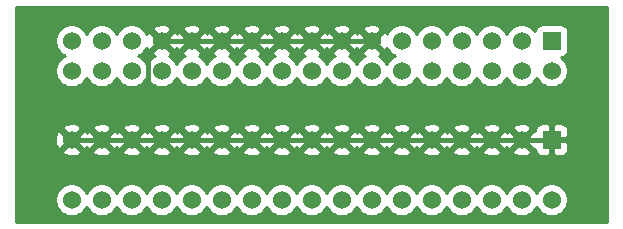
<source format=gbr>
G04 #@! TF.GenerationSoftware,KiCad,Pcbnew,(5.1.5-0-10_14)*
G04 #@! TF.CreationDate,2020-03-21T14:00:30+11:00*
G04 #@! TF.ProjectId,Internal 5.25 Adapter,496e7465-726e-4616-9c20-352e32352041,rev?*
G04 #@! TF.SameCoordinates,Original*
G04 #@! TF.FileFunction,Copper,L1,Top*
G04 #@! TF.FilePolarity,Positive*
%FSLAX46Y46*%
G04 Gerber Fmt 4.6, Leading zero omitted, Abs format (unit mm)*
G04 Created by KiCad (PCBNEW (5.1.5-0-10_14)) date 2020-03-21 14:00:30*
%MOMM*%
%LPD*%
G04 APERTURE LIST*
%ADD10C,1.524000*%
%ADD11R,1.524000X1.524000*%
%ADD12C,0.400000*%
%ADD13C,0.254000*%
G04 APERTURE END LIST*
D10*
X57277000Y-44323000D03*
X59817000Y-44323000D03*
X62357000Y-44323000D03*
X64897000Y-44323000D03*
X67437000Y-44323000D03*
D11*
X92837000Y-44323000D03*
D10*
X90297000Y-44323000D03*
X87757000Y-44323000D03*
X85217000Y-44323000D03*
X82677000Y-44323000D03*
X80137000Y-44323000D03*
X77597000Y-44323000D03*
X75057000Y-44323000D03*
X72517000Y-44323000D03*
X69977000Y-44323000D03*
X57277000Y-49403000D03*
X59817000Y-49403000D03*
X62357000Y-49403000D03*
X64897000Y-49403000D03*
X67437000Y-49403000D03*
X69977000Y-49403000D03*
X72517000Y-49403000D03*
X75057000Y-49403000D03*
X77597000Y-49403000D03*
X80137000Y-49403000D03*
X82677000Y-49403000D03*
X85217000Y-49403000D03*
X87757000Y-49403000D03*
X90297000Y-49403000D03*
X92837000Y-49403000D03*
X54737000Y-44323000D03*
X54737000Y-49403000D03*
X52197000Y-49403000D03*
X52197000Y-44323000D03*
X52197000Y-38481000D03*
X52197000Y-35941000D03*
X54737000Y-38481000D03*
X54737000Y-35941000D03*
X57277000Y-38481000D03*
X57277000Y-35941000D03*
X59817000Y-38481000D03*
X59817000Y-35941000D03*
X64897000Y-38481000D03*
X64897000Y-35941000D03*
X67437000Y-38481000D03*
X67437000Y-35941000D03*
D11*
X92837000Y-35941000D03*
D10*
X90297000Y-35941000D03*
X87757000Y-35941000D03*
X85217000Y-35941000D03*
X82677000Y-35941000D03*
X80137000Y-35941000D03*
X77597000Y-35941000D03*
X75057000Y-35941000D03*
X72517000Y-35941000D03*
X69977000Y-35941000D03*
X69977000Y-38481000D03*
X72517000Y-38481000D03*
X75057000Y-38481000D03*
X77597000Y-38481000D03*
X80137000Y-38481000D03*
X82677000Y-38481000D03*
X85217000Y-38481000D03*
X87757000Y-38481000D03*
X90297000Y-38481000D03*
X92837000Y-38481000D03*
X62357000Y-35941000D03*
X62357000Y-38481000D03*
D12*
X59817000Y-35941000D02*
X77597000Y-35941000D01*
X52197000Y-44323000D02*
X92837000Y-44323000D01*
X59055001Y-43561001D02*
X59817000Y-44323000D01*
X58654999Y-43160999D02*
X59055001Y-43561001D01*
X58654999Y-37103001D02*
X58654999Y-43160999D01*
X59817000Y-35941000D02*
X58654999Y-37103001D01*
D13*
G36*
X97511001Y-51283000D02*
G01*
X47523000Y-51283000D01*
X47523000Y-49265408D01*
X50800000Y-49265408D01*
X50800000Y-49540592D01*
X50853686Y-49810490D01*
X50958995Y-50064727D01*
X51111880Y-50293535D01*
X51306465Y-50488120D01*
X51535273Y-50641005D01*
X51789510Y-50746314D01*
X52059408Y-50800000D01*
X52334592Y-50800000D01*
X52604490Y-50746314D01*
X52858727Y-50641005D01*
X53087535Y-50488120D01*
X53282120Y-50293535D01*
X53435005Y-50064727D01*
X53467000Y-49987485D01*
X53498995Y-50064727D01*
X53651880Y-50293535D01*
X53846465Y-50488120D01*
X54075273Y-50641005D01*
X54329510Y-50746314D01*
X54599408Y-50800000D01*
X54874592Y-50800000D01*
X55144490Y-50746314D01*
X55398727Y-50641005D01*
X55627535Y-50488120D01*
X55822120Y-50293535D01*
X55975005Y-50064727D01*
X56007000Y-49987485D01*
X56038995Y-50064727D01*
X56191880Y-50293535D01*
X56386465Y-50488120D01*
X56615273Y-50641005D01*
X56869510Y-50746314D01*
X57139408Y-50800000D01*
X57414592Y-50800000D01*
X57684490Y-50746314D01*
X57938727Y-50641005D01*
X58167535Y-50488120D01*
X58362120Y-50293535D01*
X58515005Y-50064727D01*
X58547000Y-49987485D01*
X58578995Y-50064727D01*
X58731880Y-50293535D01*
X58926465Y-50488120D01*
X59155273Y-50641005D01*
X59409510Y-50746314D01*
X59679408Y-50800000D01*
X59954592Y-50800000D01*
X60224490Y-50746314D01*
X60478727Y-50641005D01*
X60707535Y-50488120D01*
X60902120Y-50293535D01*
X61055005Y-50064727D01*
X61087000Y-49987485D01*
X61118995Y-50064727D01*
X61271880Y-50293535D01*
X61466465Y-50488120D01*
X61695273Y-50641005D01*
X61949510Y-50746314D01*
X62219408Y-50800000D01*
X62494592Y-50800000D01*
X62764490Y-50746314D01*
X63018727Y-50641005D01*
X63247535Y-50488120D01*
X63442120Y-50293535D01*
X63595005Y-50064727D01*
X63627000Y-49987485D01*
X63658995Y-50064727D01*
X63811880Y-50293535D01*
X64006465Y-50488120D01*
X64235273Y-50641005D01*
X64489510Y-50746314D01*
X64759408Y-50800000D01*
X65034592Y-50800000D01*
X65304490Y-50746314D01*
X65558727Y-50641005D01*
X65787535Y-50488120D01*
X65982120Y-50293535D01*
X66135005Y-50064727D01*
X66167000Y-49987485D01*
X66198995Y-50064727D01*
X66351880Y-50293535D01*
X66546465Y-50488120D01*
X66775273Y-50641005D01*
X67029510Y-50746314D01*
X67299408Y-50800000D01*
X67574592Y-50800000D01*
X67844490Y-50746314D01*
X68098727Y-50641005D01*
X68327535Y-50488120D01*
X68522120Y-50293535D01*
X68675005Y-50064727D01*
X68707000Y-49987485D01*
X68738995Y-50064727D01*
X68891880Y-50293535D01*
X69086465Y-50488120D01*
X69315273Y-50641005D01*
X69569510Y-50746314D01*
X69839408Y-50800000D01*
X70114592Y-50800000D01*
X70384490Y-50746314D01*
X70638727Y-50641005D01*
X70867535Y-50488120D01*
X71062120Y-50293535D01*
X71215005Y-50064727D01*
X71247000Y-49987485D01*
X71278995Y-50064727D01*
X71431880Y-50293535D01*
X71626465Y-50488120D01*
X71855273Y-50641005D01*
X72109510Y-50746314D01*
X72379408Y-50800000D01*
X72654592Y-50800000D01*
X72924490Y-50746314D01*
X73178727Y-50641005D01*
X73407535Y-50488120D01*
X73602120Y-50293535D01*
X73755005Y-50064727D01*
X73787000Y-49987485D01*
X73818995Y-50064727D01*
X73971880Y-50293535D01*
X74166465Y-50488120D01*
X74395273Y-50641005D01*
X74649510Y-50746314D01*
X74919408Y-50800000D01*
X75194592Y-50800000D01*
X75464490Y-50746314D01*
X75718727Y-50641005D01*
X75947535Y-50488120D01*
X76142120Y-50293535D01*
X76295005Y-50064727D01*
X76327000Y-49987485D01*
X76358995Y-50064727D01*
X76511880Y-50293535D01*
X76706465Y-50488120D01*
X76935273Y-50641005D01*
X77189510Y-50746314D01*
X77459408Y-50800000D01*
X77734592Y-50800000D01*
X78004490Y-50746314D01*
X78258727Y-50641005D01*
X78487535Y-50488120D01*
X78682120Y-50293535D01*
X78835005Y-50064727D01*
X78867000Y-49987485D01*
X78898995Y-50064727D01*
X79051880Y-50293535D01*
X79246465Y-50488120D01*
X79475273Y-50641005D01*
X79729510Y-50746314D01*
X79999408Y-50800000D01*
X80274592Y-50800000D01*
X80544490Y-50746314D01*
X80798727Y-50641005D01*
X81027535Y-50488120D01*
X81222120Y-50293535D01*
X81375005Y-50064727D01*
X81407000Y-49987485D01*
X81438995Y-50064727D01*
X81591880Y-50293535D01*
X81786465Y-50488120D01*
X82015273Y-50641005D01*
X82269510Y-50746314D01*
X82539408Y-50800000D01*
X82814592Y-50800000D01*
X83084490Y-50746314D01*
X83338727Y-50641005D01*
X83567535Y-50488120D01*
X83762120Y-50293535D01*
X83915005Y-50064727D01*
X83947000Y-49987485D01*
X83978995Y-50064727D01*
X84131880Y-50293535D01*
X84326465Y-50488120D01*
X84555273Y-50641005D01*
X84809510Y-50746314D01*
X85079408Y-50800000D01*
X85354592Y-50800000D01*
X85624490Y-50746314D01*
X85878727Y-50641005D01*
X86107535Y-50488120D01*
X86302120Y-50293535D01*
X86455005Y-50064727D01*
X86487000Y-49987485D01*
X86518995Y-50064727D01*
X86671880Y-50293535D01*
X86866465Y-50488120D01*
X87095273Y-50641005D01*
X87349510Y-50746314D01*
X87619408Y-50800000D01*
X87894592Y-50800000D01*
X88164490Y-50746314D01*
X88418727Y-50641005D01*
X88647535Y-50488120D01*
X88842120Y-50293535D01*
X88995005Y-50064727D01*
X89027000Y-49987485D01*
X89058995Y-50064727D01*
X89211880Y-50293535D01*
X89406465Y-50488120D01*
X89635273Y-50641005D01*
X89889510Y-50746314D01*
X90159408Y-50800000D01*
X90434592Y-50800000D01*
X90704490Y-50746314D01*
X90958727Y-50641005D01*
X91187535Y-50488120D01*
X91382120Y-50293535D01*
X91535005Y-50064727D01*
X91567000Y-49987485D01*
X91598995Y-50064727D01*
X91751880Y-50293535D01*
X91946465Y-50488120D01*
X92175273Y-50641005D01*
X92429510Y-50746314D01*
X92699408Y-50800000D01*
X92974592Y-50800000D01*
X93244490Y-50746314D01*
X93498727Y-50641005D01*
X93727535Y-50488120D01*
X93922120Y-50293535D01*
X94075005Y-50064727D01*
X94180314Y-49810490D01*
X94234000Y-49540592D01*
X94234000Y-49265408D01*
X94180314Y-48995510D01*
X94075005Y-48741273D01*
X93922120Y-48512465D01*
X93727535Y-48317880D01*
X93498727Y-48164995D01*
X93244490Y-48059686D01*
X92974592Y-48006000D01*
X92699408Y-48006000D01*
X92429510Y-48059686D01*
X92175273Y-48164995D01*
X91946465Y-48317880D01*
X91751880Y-48512465D01*
X91598995Y-48741273D01*
X91567000Y-48818515D01*
X91535005Y-48741273D01*
X91382120Y-48512465D01*
X91187535Y-48317880D01*
X90958727Y-48164995D01*
X90704490Y-48059686D01*
X90434592Y-48006000D01*
X90159408Y-48006000D01*
X89889510Y-48059686D01*
X89635273Y-48164995D01*
X89406465Y-48317880D01*
X89211880Y-48512465D01*
X89058995Y-48741273D01*
X89027000Y-48818515D01*
X88995005Y-48741273D01*
X88842120Y-48512465D01*
X88647535Y-48317880D01*
X88418727Y-48164995D01*
X88164490Y-48059686D01*
X87894592Y-48006000D01*
X87619408Y-48006000D01*
X87349510Y-48059686D01*
X87095273Y-48164995D01*
X86866465Y-48317880D01*
X86671880Y-48512465D01*
X86518995Y-48741273D01*
X86487000Y-48818515D01*
X86455005Y-48741273D01*
X86302120Y-48512465D01*
X86107535Y-48317880D01*
X85878727Y-48164995D01*
X85624490Y-48059686D01*
X85354592Y-48006000D01*
X85079408Y-48006000D01*
X84809510Y-48059686D01*
X84555273Y-48164995D01*
X84326465Y-48317880D01*
X84131880Y-48512465D01*
X83978995Y-48741273D01*
X83947000Y-48818515D01*
X83915005Y-48741273D01*
X83762120Y-48512465D01*
X83567535Y-48317880D01*
X83338727Y-48164995D01*
X83084490Y-48059686D01*
X82814592Y-48006000D01*
X82539408Y-48006000D01*
X82269510Y-48059686D01*
X82015273Y-48164995D01*
X81786465Y-48317880D01*
X81591880Y-48512465D01*
X81438995Y-48741273D01*
X81407000Y-48818515D01*
X81375005Y-48741273D01*
X81222120Y-48512465D01*
X81027535Y-48317880D01*
X80798727Y-48164995D01*
X80544490Y-48059686D01*
X80274592Y-48006000D01*
X79999408Y-48006000D01*
X79729510Y-48059686D01*
X79475273Y-48164995D01*
X79246465Y-48317880D01*
X79051880Y-48512465D01*
X78898995Y-48741273D01*
X78867000Y-48818515D01*
X78835005Y-48741273D01*
X78682120Y-48512465D01*
X78487535Y-48317880D01*
X78258727Y-48164995D01*
X78004490Y-48059686D01*
X77734592Y-48006000D01*
X77459408Y-48006000D01*
X77189510Y-48059686D01*
X76935273Y-48164995D01*
X76706465Y-48317880D01*
X76511880Y-48512465D01*
X76358995Y-48741273D01*
X76327000Y-48818515D01*
X76295005Y-48741273D01*
X76142120Y-48512465D01*
X75947535Y-48317880D01*
X75718727Y-48164995D01*
X75464490Y-48059686D01*
X75194592Y-48006000D01*
X74919408Y-48006000D01*
X74649510Y-48059686D01*
X74395273Y-48164995D01*
X74166465Y-48317880D01*
X73971880Y-48512465D01*
X73818995Y-48741273D01*
X73787000Y-48818515D01*
X73755005Y-48741273D01*
X73602120Y-48512465D01*
X73407535Y-48317880D01*
X73178727Y-48164995D01*
X72924490Y-48059686D01*
X72654592Y-48006000D01*
X72379408Y-48006000D01*
X72109510Y-48059686D01*
X71855273Y-48164995D01*
X71626465Y-48317880D01*
X71431880Y-48512465D01*
X71278995Y-48741273D01*
X71247000Y-48818515D01*
X71215005Y-48741273D01*
X71062120Y-48512465D01*
X70867535Y-48317880D01*
X70638727Y-48164995D01*
X70384490Y-48059686D01*
X70114592Y-48006000D01*
X69839408Y-48006000D01*
X69569510Y-48059686D01*
X69315273Y-48164995D01*
X69086465Y-48317880D01*
X68891880Y-48512465D01*
X68738995Y-48741273D01*
X68707000Y-48818515D01*
X68675005Y-48741273D01*
X68522120Y-48512465D01*
X68327535Y-48317880D01*
X68098727Y-48164995D01*
X67844490Y-48059686D01*
X67574592Y-48006000D01*
X67299408Y-48006000D01*
X67029510Y-48059686D01*
X66775273Y-48164995D01*
X66546465Y-48317880D01*
X66351880Y-48512465D01*
X66198995Y-48741273D01*
X66167000Y-48818515D01*
X66135005Y-48741273D01*
X65982120Y-48512465D01*
X65787535Y-48317880D01*
X65558727Y-48164995D01*
X65304490Y-48059686D01*
X65034592Y-48006000D01*
X64759408Y-48006000D01*
X64489510Y-48059686D01*
X64235273Y-48164995D01*
X64006465Y-48317880D01*
X63811880Y-48512465D01*
X63658995Y-48741273D01*
X63627000Y-48818515D01*
X63595005Y-48741273D01*
X63442120Y-48512465D01*
X63247535Y-48317880D01*
X63018727Y-48164995D01*
X62764490Y-48059686D01*
X62494592Y-48006000D01*
X62219408Y-48006000D01*
X61949510Y-48059686D01*
X61695273Y-48164995D01*
X61466465Y-48317880D01*
X61271880Y-48512465D01*
X61118995Y-48741273D01*
X61087000Y-48818515D01*
X61055005Y-48741273D01*
X60902120Y-48512465D01*
X60707535Y-48317880D01*
X60478727Y-48164995D01*
X60224490Y-48059686D01*
X59954592Y-48006000D01*
X59679408Y-48006000D01*
X59409510Y-48059686D01*
X59155273Y-48164995D01*
X58926465Y-48317880D01*
X58731880Y-48512465D01*
X58578995Y-48741273D01*
X58547000Y-48818515D01*
X58515005Y-48741273D01*
X58362120Y-48512465D01*
X58167535Y-48317880D01*
X57938727Y-48164995D01*
X57684490Y-48059686D01*
X57414592Y-48006000D01*
X57139408Y-48006000D01*
X56869510Y-48059686D01*
X56615273Y-48164995D01*
X56386465Y-48317880D01*
X56191880Y-48512465D01*
X56038995Y-48741273D01*
X56007000Y-48818515D01*
X55975005Y-48741273D01*
X55822120Y-48512465D01*
X55627535Y-48317880D01*
X55398727Y-48164995D01*
X55144490Y-48059686D01*
X54874592Y-48006000D01*
X54599408Y-48006000D01*
X54329510Y-48059686D01*
X54075273Y-48164995D01*
X53846465Y-48317880D01*
X53651880Y-48512465D01*
X53498995Y-48741273D01*
X53467000Y-48818515D01*
X53435005Y-48741273D01*
X53282120Y-48512465D01*
X53087535Y-48317880D01*
X52858727Y-48164995D01*
X52604490Y-48059686D01*
X52334592Y-48006000D01*
X52059408Y-48006000D01*
X51789510Y-48059686D01*
X51535273Y-48164995D01*
X51306465Y-48317880D01*
X51111880Y-48512465D01*
X50958995Y-48741273D01*
X50853686Y-48995510D01*
X50800000Y-49265408D01*
X47523000Y-49265408D01*
X47523000Y-45288565D01*
X51411040Y-45288565D01*
X51478020Y-45528656D01*
X51727048Y-45645756D01*
X51994135Y-45712023D01*
X52269017Y-45724910D01*
X52541133Y-45683922D01*
X52800023Y-45590636D01*
X52915980Y-45528656D01*
X52982960Y-45288565D01*
X53951040Y-45288565D01*
X54018020Y-45528656D01*
X54267048Y-45645756D01*
X54534135Y-45712023D01*
X54809017Y-45724910D01*
X55081133Y-45683922D01*
X55340023Y-45590636D01*
X55455980Y-45528656D01*
X55522960Y-45288565D01*
X56491040Y-45288565D01*
X56558020Y-45528656D01*
X56807048Y-45645756D01*
X57074135Y-45712023D01*
X57349017Y-45724910D01*
X57621133Y-45683922D01*
X57880023Y-45590636D01*
X57995980Y-45528656D01*
X58062960Y-45288565D01*
X59031040Y-45288565D01*
X59098020Y-45528656D01*
X59347048Y-45645756D01*
X59614135Y-45712023D01*
X59889017Y-45724910D01*
X60161133Y-45683922D01*
X60420023Y-45590636D01*
X60535980Y-45528656D01*
X60602960Y-45288565D01*
X61571040Y-45288565D01*
X61638020Y-45528656D01*
X61887048Y-45645756D01*
X62154135Y-45712023D01*
X62429017Y-45724910D01*
X62701133Y-45683922D01*
X62960023Y-45590636D01*
X63075980Y-45528656D01*
X63142960Y-45288565D01*
X64111040Y-45288565D01*
X64178020Y-45528656D01*
X64427048Y-45645756D01*
X64694135Y-45712023D01*
X64969017Y-45724910D01*
X65241133Y-45683922D01*
X65500023Y-45590636D01*
X65615980Y-45528656D01*
X65682960Y-45288565D01*
X66651040Y-45288565D01*
X66718020Y-45528656D01*
X66967048Y-45645756D01*
X67234135Y-45712023D01*
X67509017Y-45724910D01*
X67781133Y-45683922D01*
X68040023Y-45590636D01*
X68155980Y-45528656D01*
X68222960Y-45288565D01*
X69191040Y-45288565D01*
X69258020Y-45528656D01*
X69507048Y-45645756D01*
X69774135Y-45712023D01*
X70049017Y-45724910D01*
X70321133Y-45683922D01*
X70580023Y-45590636D01*
X70695980Y-45528656D01*
X70762960Y-45288565D01*
X71731040Y-45288565D01*
X71798020Y-45528656D01*
X72047048Y-45645756D01*
X72314135Y-45712023D01*
X72589017Y-45724910D01*
X72861133Y-45683922D01*
X73120023Y-45590636D01*
X73235980Y-45528656D01*
X73302960Y-45288565D01*
X74271040Y-45288565D01*
X74338020Y-45528656D01*
X74587048Y-45645756D01*
X74854135Y-45712023D01*
X75129017Y-45724910D01*
X75401133Y-45683922D01*
X75660023Y-45590636D01*
X75775980Y-45528656D01*
X75842960Y-45288565D01*
X76811040Y-45288565D01*
X76878020Y-45528656D01*
X77127048Y-45645756D01*
X77394135Y-45712023D01*
X77669017Y-45724910D01*
X77941133Y-45683922D01*
X78200023Y-45590636D01*
X78315980Y-45528656D01*
X78382960Y-45288565D01*
X79351040Y-45288565D01*
X79418020Y-45528656D01*
X79667048Y-45645756D01*
X79934135Y-45712023D01*
X80209017Y-45724910D01*
X80481133Y-45683922D01*
X80740023Y-45590636D01*
X80855980Y-45528656D01*
X80922960Y-45288565D01*
X81891040Y-45288565D01*
X81958020Y-45528656D01*
X82207048Y-45645756D01*
X82474135Y-45712023D01*
X82749017Y-45724910D01*
X83021133Y-45683922D01*
X83280023Y-45590636D01*
X83395980Y-45528656D01*
X83462960Y-45288565D01*
X84431040Y-45288565D01*
X84498020Y-45528656D01*
X84747048Y-45645756D01*
X85014135Y-45712023D01*
X85289017Y-45724910D01*
X85561133Y-45683922D01*
X85820023Y-45590636D01*
X85935980Y-45528656D01*
X86002960Y-45288565D01*
X86971040Y-45288565D01*
X87038020Y-45528656D01*
X87287048Y-45645756D01*
X87554135Y-45712023D01*
X87829017Y-45724910D01*
X88101133Y-45683922D01*
X88360023Y-45590636D01*
X88475980Y-45528656D01*
X88542960Y-45288565D01*
X89511040Y-45288565D01*
X89578020Y-45528656D01*
X89827048Y-45645756D01*
X90094135Y-45712023D01*
X90369017Y-45724910D01*
X90641133Y-45683922D01*
X90900023Y-45590636D01*
X91015980Y-45528656D01*
X91082960Y-45288565D01*
X90297000Y-44502605D01*
X89511040Y-45288565D01*
X88542960Y-45288565D01*
X87757000Y-44502605D01*
X86971040Y-45288565D01*
X86002960Y-45288565D01*
X85217000Y-44502605D01*
X84431040Y-45288565D01*
X83462960Y-45288565D01*
X82677000Y-44502605D01*
X81891040Y-45288565D01*
X80922960Y-45288565D01*
X80137000Y-44502605D01*
X79351040Y-45288565D01*
X78382960Y-45288565D01*
X77597000Y-44502605D01*
X76811040Y-45288565D01*
X75842960Y-45288565D01*
X75057000Y-44502605D01*
X74271040Y-45288565D01*
X73302960Y-45288565D01*
X72517000Y-44502605D01*
X71731040Y-45288565D01*
X70762960Y-45288565D01*
X69977000Y-44502605D01*
X69191040Y-45288565D01*
X68222960Y-45288565D01*
X67437000Y-44502605D01*
X66651040Y-45288565D01*
X65682960Y-45288565D01*
X64897000Y-44502605D01*
X64111040Y-45288565D01*
X63142960Y-45288565D01*
X62357000Y-44502605D01*
X61571040Y-45288565D01*
X60602960Y-45288565D01*
X59817000Y-44502605D01*
X59031040Y-45288565D01*
X58062960Y-45288565D01*
X57277000Y-44502605D01*
X56491040Y-45288565D01*
X55522960Y-45288565D01*
X54737000Y-44502605D01*
X53951040Y-45288565D01*
X52982960Y-45288565D01*
X52197000Y-44502605D01*
X51411040Y-45288565D01*
X47523000Y-45288565D01*
X47523000Y-44395017D01*
X50795090Y-44395017D01*
X50836078Y-44667133D01*
X50929364Y-44926023D01*
X50991344Y-45041980D01*
X51231435Y-45108960D01*
X52017395Y-44323000D01*
X52376605Y-44323000D01*
X53162565Y-45108960D01*
X53402656Y-45041980D01*
X53464079Y-44911356D01*
X53469364Y-44926023D01*
X53531344Y-45041980D01*
X53771435Y-45108960D01*
X54557395Y-44323000D01*
X54916605Y-44323000D01*
X55702565Y-45108960D01*
X55942656Y-45041980D01*
X56004079Y-44911356D01*
X56009364Y-44926023D01*
X56071344Y-45041980D01*
X56311435Y-45108960D01*
X57097395Y-44323000D01*
X57456605Y-44323000D01*
X58242565Y-45108960D01*
X58482656Y-45041980D01*
X58544079Y-44911356D01*
X58549364Y-44926023D01*
X58611344Y-45041980D01*
X58851435Y-45108960D01*
X59637395Y-44323000D01*
X59996605Y-44323000D01*
X60782565Y-45108960D01*
X61022656Y-45041980D01*
X61084079Y-44911356D01*
X61089364Y-44926023D01*
X61151344Y-45041980D01*
X61391435Y-45108960D01*
X62177395Y-44323000D01*
X62536605Y-44323000D01*
X63322565Y-45108960D01*
X63562656Y-45041980D01*
X63624079Y-44911356D01*
X63629364Y-44926023D01*
X63691344Y-45041980D01*
X63931435Y-45108960D01*
X64717395Y-44323000D01*
X65076605Y-44323000D01*
X65862565Y-45108960D01*
X66102656Y-45041980D01*
X66164079Y-44911356D01*
X66169364Y-44926023D01*
X66231344Y-45041980D01*
X66471435Y-45108960D01*
X67257395Y-44323000D01*
X67616605Y-44323000D01*
X68402565Y-45108960D01*
X68642656Y-45041980D01*
X68704079Y-44911356D01*
X68709364Y-44926023D01*
X68771344Y-45041980D01*
X69011435Y-45108960D01*
X69797395Y-44323000D01*
X70156605Y-44323000D01*
X70942565Y-45108960D01*
X71182656Y-45041980D01*
X71244079Y-44911356D01*
X71249364Y-44926023D01*
X71311344Y-45041980D01*
X71551435Y-45108960D01*
X72337395Y-44323000D01*
X72696605Y-44323000D01*
X73482565Y-45108960D01*
X73722656Y-45041980D01*
X73784079Y-44911356D01*
X73789364Y-44926023D01*
X73851344Y-45041980D01*
X74091435Y-45108960D01*
X74877395Y-44323000D01*
X75236605Y-44323000D01*
X76022565Y-45108960D01*
X76262656Y-45041980D01*
X76324079Y-44911356D01*
X76329364Y-44926023D01*
X76391344Y-45041980D01*
X76631435Y-45108960D01*
X77417395Y-44323000D01*
X77776605Y-44323000D01*
X78562565Y-45108960D01*
X78802656Y-45041980D01*
X78864079Y-44911356D01*
X78869364Y-44926023D01*
X78931344Y-45041980D01*
X79171435Y-45108960D01*
X79957395Y-44323000D01*
X80316605Y-44323000D01*
X81102565Y-45108960D01*
X81342656Y-45041980D01*
X81404079Y-44911356D01*
X81409364Y-44926023D01*
X81471344Y-45041980D01*
X81711435Y-45108960D01*
X82497395Y-44323000D01*
X82856605Y-44323000D01*
X83642565Y-45108960D01*
X83882656Y-45041980D01*
X83944079Y-44911356D01*
X83949364Y-44926023D01*
X84011344Y-45041980D01*
X84251435Y-45108960D01*
X85037395Y-44323000D01*
X85396605Y-44323000D01*
X86182565Y-45108960D01*
X86422656Y-45041980D01*
X86484079Y-44911356D01*
X86489364Y-44926023D01*
X86551344Y-45041980D01*
X86791435Y-45108960D01*
X87577395Y-44323000D01*
X87936605Y-44323000D01*
X88722565Y-45108960D01*
X88962656Y-45041980D01*
X89024079Y-44911356D01*
X89029364Y-44926023D01*
X89091344Y-45041980D01*
X89331435Y-45108960D01*
X90117395Y-44323000D01*
X90476605Y-44323000D01*
X91262565Y-45108960D01*
X91437088Y-45060272D01*
X91436928Y-45085000D01*
X91449188Y-45209482D01*
X91485498Y-45329180D01*
X91544463Y-45439494D01*
X91623815Y-45536185D01*
X91720506Y-45615537D01*
X91830820Y-45674502D01*
X91950518Y-45710812D01*
X92075000Y-45723072D01*
X92551250Y-45720000D01*
X92710000Y-45561250D01*
X92710000Y-44450000D01*
X92964000Y-44450000D01*
X92964000Y-45561250D01*
X93122750Y-45720000D01*
X93599000Y-45723072D01*
X93723482Y-45710812D01*
X93843180Y-45674502D01*
X93953494Y-45615537D01*
X94050185Y-45536185D01*
X94129537Y-45439494D01*
X94188502Y-45329180D01*
X94224812Y-45209482D01*
X94237072Y-45085000D01*
X94234000Y-44608750D01*
X94075250Y-44450000D01*
X92964000Y-44450000D01*
X92710000Y-44450000D01*
X92690000Y-44450000D01*
X92690000Y-44196000D01*
X92710000Y-44196000D01*
X92710000Y-43084750D01*
X92964000Y-43084750D01*
X92964000Y-44196000D01*
X94075250Y-44196000D01*
X94234000Y-44037250D01*
X94237072Y-43561000D01*
X94224812Y-43436518D01*
X94188502Y-43316820D01*
X94129537Y-43206506D01*
X94050185Y-43109815D01*
X93953494Y-43030463D01*
X93843180Y-42971498D01*
X93723482Y-42935188D01*
X93599000Y-42922928D01*
X93122750Y-42926000D01*
X92964000Y-43084750D01*
X92710000Y-43084750D01*
X92551250Y-42926000D01*
X92075000Y-42922928D01*
X91950518Y-42935188D01*
X91830820Y-42971498D01*
X91720506Y-43030463D01*
X91623815Y-43109815D01*
X91544463Y-43206506D01*
X91485498Y-43316820D01*
X91449188Y-43436518D01*
X91436928Y-43561000D01*
X91437088Y-43585728D01*
X91262565Y-43537040D01*
X90476605Y-44323000D01*
X90117395Y-44323000D01*
X89331435Y-43537040D01*
X89091344Y-43604020D01*
X89029921Y-43734644D01*
X89024636Y-43719977D01*
X88962656Y-43604020D01*
X88722565Y-43537040D01*
X87936605Y-44323000D01*
X87577395Y-44323000D01*
X86791435Y-43537040D01*
X86551344Y-43604020D01*
X86489921Y-43734644D01*
X86484636Y-43719977D01*
X86422656Y-43604020D01*
X86182565Y-43537040D01*
X85396605Y-44323000D01*
X85037395Y-44323000D01*
X84251435Y-43537040D01*
X84011344Y-43604020D01*
X83949921Y-43734644D01*
X83944636Y-43719977D01*
X83882656Y-43604020D01*
X83642565Y-43537040D01*
X82856605Y-44323000D01*
X82497395Y-44323000D01*
X81711435Y-43537040D01*
X81471344Y-43604020D01*
X81409921Y-43734644D01*
X81404636Y-43719977D01*
X81342656Y-43604020D01*
X81102565Y-43537040D01*
X80316605Y-44323000D01*
X79957395Y-44323000D01*
X79171435Y-43537040D01*
X78931344Y-43604020D01*
X78869921Y-43734644D01*
X78864636Y-43719977D01*
X78802656Y-43604020D01*
X78562565Y-43537040D01*
X77776605Y-44323000D01*
X77417395Y-44323000D01*
X76631435Y-43537040D01*
X76391344Y-43604020D01*
X76329921Y-43734644D01*
X76324636Y-43719977D01*
X76262656Y-43604020D01*
X76022565Y-43537040D01*
X75236605Y-44323000D01*
X74877395Y-44323000D01*
X74091435Y-43537040D01*
X73851344Y-43604020D01*
X73789921Y-43734644D01*
X73784636Y-43719977D01*
X73722656Y-43604020D01*
X73482565Y-43537040D01*
X72696605Y-44323000D01*
X72337395Y-44323000D01*
X71551435Y-43537040D01*
X71311344Y-43604020D01*
X71249921Y-43734644D01*
X71244636Y-43719977D01*
X71182656Y-43604020D01*
X70942565Y-43537040D01*
X70156605Y-44323000D01*
X69797395Y-44323000D01*
X69011435Y-43537040D01*
X68771344Y-43604020D01*
X68709921Y-43734644D01*
X68704636Y-43719977D01*
X68642656Y-43604020D01*
X68402565Y-43537040D01*
X67616605Y-44323000D01*
X67257395Y-44323000D01*
X66471435Y-43537040D01*
X66231344Y-43604020D01*
X66169921Y-43734644D01*
X66164636Y-43719977D01*
X66102656Y-43604020D01*
X65862565Y-43537040D01*
X65076605Y-44323000D01*
X64717395Y-44323000D01*
X63931435Y-43537040D01*
X63691344Y-43604020D01*
X63629921Y-43734644D01*
X63624636Y-43719977D01*
X63562656Y-43604020D01*
X63322565Y-43537040D01*
X62536605Y-44323000D01*
X62177395Y-44323000D01*
X61391435Y-43537040D01*
X61151344Y-43604020D01*
X61089921Y-43734644D01*
X61084636Y-43719977D01*
X61022656Y-43604020D01*
X60782565Y-43537040D01*
X59996605Y-44323000D01*
X59637395Y-44323000D01*
X58851435Y-43537040D01*
X58611344Y-43604020D01*
X58549921Y-43734644D01*
X58544636Y-43719977D01*
X58482656Y-43604020D01*
X58242565Y-43537040D01*
X57456605Y-44323000D01*
X57097395Y-44323000D01*
X56311435Y-43537040D01*
X56071344Y-43604020D01*
X56009921Y-43734644D01*
X56004636Y-43719977D01*
X55942656Y-43604020D01*
X55702565Y-43537040D01*
X54916605Y-44323000D01*
X54557395Y-44323000D01*
X53771435Y-43537040D01*
X53531344Y-43604020D01*
X53469921Y-43734644D01*
X53464636Y-43719977D01*
X53402656Y-43604020D01*
X53162565Y-43537040D01*
X52376605Y-44323000D01*
X52017395Y-44323000D01*
X51231435Y-43537040D01*
X50991344Y-43604020D01*
X50874244Y-43853048D01*
X50807977Y-44120135D01*
X50795090Y-44395017D01*
X47523000Y-44395017D01*
X47523000Y-43357435D01*
X51411040Y-43357435D01*
X52197000Y-44143395D01*
X52982960Y-43357435D01*
X53951040Y-43357435D01*
X54737000Y-44143395D01*
X55522960Y-43357435D01*
X56491040Y-43357435D01*
X57277000Y-44143395D01*
X58062960Y-43357435D01*
X59031040Y-43357435D01*
X59817000Y-44143395D01*
X60602960Y-43357435D01*
X61571040Y-43357435D01*
X62357000Y-44143395D01*
X63142960Y-43357435D01*
X64111040Y-43357435D01*
X64897000Y-44143395D01*
X65682960Y-43357435D01*
X66651040Y-43357435D01*
X67437000Y-44143395D01*
X68222960Y-43357435D01*
X69191040Y-43357435D01*
X69977000Y-44143395D01*
X70762960Y-43357435D01*
X71731040Y-43357435D01*
X72517000Y-44143395D01*
X73302960Y-43357435D01*
X74271040Y-43357435D01*
X75057000Y-44143395D01*
X75842960Y-43357435D01*
X76811040Y-43357435D01*
X77597000Y-44143395D01*
X78382960Y-43357435D01*
X79351040Y-43357435D01*
X80137000Y-44143395D01*
X80922960Y-43357435D01*
X81891040Y-43357435D01*
X82677000Y-44143395D01*
X83462960Y-43357435D01*
X84431040Y-43357435D01*
X85217000Y-44143395D01*
X86002960Y-43357435D01*
X86971040Y-43357435D01*
X87757000Y-44143395D01*
X88542960Y-43357435D01*
X89511040Y-43357435D01*
X90297000Y-44143395D01*
X91082960Y-43357435D01*
X91015980Y-43117344D01*
X90766952Y-43000244D01*
X90499865Y-42933977D01*
X90224983Y-42921090D01*
X89952867Y-42962078D01*
X89693977Y-43055364D01*
X89578020Y-43117344D01*
X89511040Y-43357435D01*
X88542960Y-43357435D01*
X88475980Y-43117344D01*
X88226952Y-43000244D01*
X87959865Y-42933977D01*
X87684983Y-42921090D01*
X87412867Y-42962078D01*
X87153977Y-43055364D01*
X87038020Y-43117344D01*
X86971040Y-43357435D01*
X86002960Y-43357435D01*
X85935980Y-43117344D01*
X85686952Y-43000244D01*
X85419865Y-42933977D01*
X85144983Y-42921090D01*
X84872867Y-42962078D01*
X84613977Y-43055364D01*
X84498020Y-43117344D01*
X84431040Y-43357435D01*
X83462960Y-43357435D01*
X83395980Y-43117344D01*
X83146952Y-43000244D01*
X82879865Y-42933977D01*
X82604983Y-42921090D01*
X82332867Y-42962078D01*
X82073977Y-43055364D01*
X81958020Y-43117344D01*
X81891040Y-43357435D01*
X80922960Y-43357435D01*
X80855980Y-43117344D01*
X80606952Y-43000244D01*
X80339865Y-42933977D01*
X80064983Y-42921090D01*
X79792867Y-42962078D01*
X79533977Y-43055364D01*
X79418020Y-43117344D01*
X79351040Y-43357435D01*
X78382960Y-43357435D01*
X78315980Y-43117344D01*
X78066952Y-43000244D01*
X77799865Y-42933977D01*
X77524983Y-42921090D01*
X77252867Y-42962078D01*
X76993977Y-43055364D01*
X76878020Y-43117344D01*
X76811040Y-43357435D01*
X75842960Y-43357435D01*
X75775980Y-43117344D01*
X75526952Y-43000244D01*
X75259865Y-42933977D01*
X74984983Y-42921090D01*
X74712867Y-42962078D01*
X74453977Y-43055364D01*
X74338020Y-43117344D01*
X74271040Y-43357435D01*
X73302960Y-43357435D01*
X73235980Y-43117344D01*
X72986952Y-43000244D01*
X72719865Y-42933977D01*
X72444983Y-42921090D01*
X72172867Y-42962078D01*
X71913977Y-43055364D01*
X71798020Y-43117344D01*
X71731040Y-43357435D01*
X70762960Y-43357435D01*
X70695980Y-43117344D01*
X70446952Y-43000244D01*
X70179865Y-42933977D01*
X69904983Y-42921090D01*
X69632867Y-42962078D01*
X69373977Y-43055364D01*
X69258020Y-43117344D01*
X69191040Y-43357435D01*
X68222960Y-43357435D01*
X68155980Y-43117344D01*
X67906952Y-43000244D01*
X67639865Y-42933977D01*
X67364983Y-42921090D01*
X67092867Y-42962078D01*
X66833977Y-43055364D01*
X66718020Y-43117344D01*
X66651040Y-43357435D01*
X65682960Y-43357435D01*
X65615980Y-43117344D01*
X65366952Y-43000244D01*
X65099865Y-42933977D01*
X64824983Y-42921090D01*
X64552867Y-42962078D01*
X64293977Y-43055364D01*
X64178020Y-43117344D01*
X64111040Y-43357435D01*
X63142960Y-43357435D01*
X63075980Y-43117344D01*
X62826952Y-43000244D01*
X62559865Y-42933977D01*
X62284983Y-42921090D01*
X62012867Y-42962078D01*
X61753977Y-43055364D01*
X61638020Y-43117344D01*
X61571040Y-43357435D01*
X60602960Y-43357435D01*
X60535980Y-43117344D01*
X60286952Y-43000244D01*
X60019865Y-42933977D01*
X59744983Y-42921090D01*
X59472867Y-42962078D01*
X59213977Y-43055364D01*
X59098020Y-43117344D01*
X59031040Y-43357435D01*
X58062960Y-43357435D01*
X57995980Y-43117344D01*
X57746952Y-43000244D01*
X57479865Y-42933977D01*
X57204983Y-42921090D01*
X56932867Y-42962078D01*
X56673977Y-43055364D01*
X56558020Y-43117344D01*
X56491040Y-43357435D01*
X55522960Y-43357435D01*
X55455980Y-43117344D01*
X55206952Y-43000244D01*
X54939865Y-42933977D01*
X54664983Y-42921090D01*
X54392867Y-42962078D01*
X54133977Y-43055364D01*
X54018020Y-43117344D01*
X53951040Y-43357435D01*
X52982960Y-43357435D01*
X52915980Y-43117344D01*
X52666952Y-43000244D01*
X52399865Y-42933977D01*
X52124983Y-42921090D01*
X51852867Y-42962078D01*
X51593977Y-43055364D01*
X51478020Y-43117344D01*
X51411040Y-43357435D01*
X47523000Y-43357435D01*
X47523000Y-35803408D01*
X50800000Y-35803408D01*
X50800000Y-36078592D01*
X50853686Y-36348490D01*
X50958995Y-36602727D01*
X51111880Y-36831535D01*
X51306465Y-37026120D01*
X51535273Y-37179005D01*
X51612515Y-37211000D01*
X51535273Y-37242995D01*
X51306465Y-37395880D01*
X51111880Y-37590465D01*
X50958995Y-37819273D01*
X50853686Y-38073510D01*
X50800000Y-38343408D01*
X50800000Y-38618592D01*
X50853686Y-38888490D01*
X50958995Y-39142727D01*
X51111880Y-39371535D01*
X51306465Y-39566120D01*
X51535273Y-39719005D01*
X51789510Y-39824314D01*
X52059408Y-39878000D01*
X52334592Y-39878000D01*
X52604490Y-39824314D01*
X52858727Y-39719005D01*
X53087535Y-39566120D01*
X53282120Y-39371535D01*
X53435005Y-39142727D01*
X53467000Y-39065485D01*
X53498995Y-39142727D01*
X53651880Y-39371535D01*
X53846465Y-39566120D01*
X54075273Y-39719005D01*
X54329510Y-39824314D01*
X54599408Y-39878000D01*
X54874592Y-39878000D01*
X55144490Y-39824314D01*
X55398727Y-39719005D01*
X55627535Y-39566120D01*
X55822120Y-39371535D01*
X55975005Y-39142727D01*
X56007000Y-39065485D01*
X56038995Y-39142727D01*
X56191880Y-39371535D01*
X56386465Y-39566120D01*
X56615273Y-39719005D01*
X56869510Y-39824314D01*
X57139408Y-39878000D01*
X57414592Y-39878000D01*
X57684490Y-39824314D01*
X57938727Y-39719005D01*
X58167535Y-39566120D01*
X58362120Y-39371535D01*
X58515005Y-39142727D01*
X58547000Y-39065485D01*
X58578995Y-39142727D01*
X58731880Y-39371535D01*
X58926465Y-39566120D01*
X59155273Y-39719005D01*
X59409510Y-39824314D01*
X59679408Y-39878000D01*
X59954592Y-39878000D01*
X60224490Y-39824314D01*
X60478727Y-39719005D01*
X60707535Y-39566120D01*
X60902120Y-39371535D01*
X61055005Y-39142727D01*
X61087000Y-39065485D01*
X61118995Y-39142727D01*
X61271880Y-39371535D01*
X61466465Y-39566120D01*
X61695273Y-39719005D01*
X61949510Y-39824314D01*
X62219408Y-39878000D01*
X62494592Y-39878000D01*
X62764490Y-39824314D01*
X63018727Y-39719005D01*
X63247535Y-39566120D01*
X63442120Y-39371535D01*
X63595005Y-39142727D01*
X63627000Y-39065485D01*
X63658995Y-39142727D01*
X63811880Y-39371535D01*
X64006465Y-39566120D01*
X64235273Y-39719005D01*
X64489510Y-39824314D01*
X64759408Y-39878000D01*
X65034592Y-39878000D01*
X65304490Y-39824314D01*
X65558727Y-39719005D01*
X65787535Y-39566120D01*
X65982120Y-39371535D01*
X66135005Y-39142727D01*
X66167000Y-39065485D01*
X66198995Y-39142727D01*
X66351880Y-39371535D01*
X66546465Y-39566120D01*
X66775273Y-39719005D01*
X67029510Y-39824314D01*
X67299408Y-39878000D01*
X67574592Y-39878000D01*
X67844490Y-39824314D01*
X68098727Y-39719005D01*
X68327535Y-39566120D01*
X68522120Y-39371535D01*
X68675005Y-39142727D01*
X68707000Y-39065485D01*
X68738995Y-39142727D01*
X68891880Y-39371535D01*
X69086465Y-39566120D01*
X69315273Y-39719005D01*
X69569510Y-39824314D01*
X69839408Y-39878000D01*
X70114592Y-39878000D01*
X70384490Y-39824314D01*
X70638727Y-39719005D01*
X70867535Y-39566120D01*
X71062120Y-39371535D01*
X71215005Y-39142727D01*
X71247000Y-39065485D01*
X71278995Y-39142727D01*
X71431880Y-39371535D01*
X71626465Y-39566120D01*
X71855273Y-39719005D01*
X72109510Y-39824314D01*
X72379408Y-39878000D01*
X72654592Y-39878000D01*
X72924490Y-39824314D01*
X73178727Y-39719005D01*
X73407535Y-39566120D01*
X73602120Y-39371535D01*
X73755005Y-39142727D01*
X73787000Y-39065485D01*
X73818995Y-39142727D01*
X73971880Y-39371535D01*
X74166465Y-39566120D01*
X74395273Y-39719005D01*
X74649510Y-39824314D01*
X74919408Y-39878000D01*
X75194592Y-39878000D01*
X75464490Y-39824314D01*
X75718727Y-39719005D01*
X75947535Y-39566120D01*
X76142120Y-39371535D01*
X76295005Y-39142727D01*
X76327000Y-39065485D01*
X76358995Y-39142727D01*
X76511880Y-39371535D01*
X76706465Y-39566120D01*
X76935273Y-39719005D01*
X77189510Y-39824314D01*
X77459408Y-39878000D01*
X77734592Y-39878000D01*
X78004490Y-39824314D01*
X78258727Y-39719005D01*
X78487535Y-39566120D01*
X78682120Y-39371535D01*
X78835005Y-39142727D01*
X78867000Y-39065485D01*
X78898995Y-39142727D01*
X79051880Y-39371535D01*
X79246465Y-39566120D01*
X79475273Y-39719005D01*
X79729510Y-39824314D01*
X79999408Y-39878000D01*
X80274592Y-39878000D01*
X80544490Y-39824314D01*
X80798727Y-39719005D01*
X81027535Y-39566120D01*
X81222120Y-39371535D01*
X81375005Y-39142727D01*
X81407000Y-39065485D01*
X81438995Y-39142727D01*
X81591880Y-39371535D01*
X81786465Y-39566120D01*
X82015273Y-39719005D01*
X82269510Y-39824314D01*
X82539408Y-39878000D01*
X82814592Y-39878000D01*
X83084490Y-39824314D01*
X83338727Y-39719005D01*
X83567535Y-39566120D01*
X83762120Y-39371535D01*
X83915005Y-39142727D01*
X83947000Y-39065485D01*
X83978995Y-39142727D01*
X84131880Y-39371535D01*
X84326465Y-39566120D01*
X84555273Y-39719005D01*
X84809510Y-39824314D01*
X85079408Y-39878000D01*
X85354592Y-39878000D01*
X85624490Y-39824314D01*
X85878727Y-39719005D01*
X86107535Y-39566120D01*
X86302120Y-39371535D01*
X86455005Y-39142727D01*
X86487000Y-39065485D01*
X86518995Y-39142727D01*
X86671880Y-39371535D01*
X86866465Y-39566120D01*
X87095273Y-39719005D01*
X87349510Y-39824314D01*
X87619408Y-39878000D01*
X87894592Y-39878000D01*
X88164490Y-39824314D01*
X88418727Y-39719005D01*
X88647535Y-39566120D01*
X88842120Y-39371535D01*
X88995005Y-39142727D01*
X89027000Y-39065485D01*
X89058995Y-39142727D01*
X89211880Y-39371535D01*
X89406465Y-39566120D01*
X89635273Y-39719005D01*
X89889510Y-39824314D01*
X90159408Y-39878000D01*
X90434592Y-39878000D01*
X90704490Y-39824314D01*
X90958727Y-39719005D01*
X91187535Y-39566120D01*
X91382120Y-39371535D01*
X91535005Y-39142727D01*
X91567000Y-39065485D01*
X91598995Y-39142727D01*
X91751880Y-39371535D01*
X91946465Y-39566120D01*
X92175273Y-39719005D01*
X92429510Y-39824314D01*
X92699408Y-39878000D01*
X92974592Y-39878000D01*
X93244490Y-39824314D01*
X93498727Y-39719005D01*
X93727535Y-39566120D01*
X93922120Y-39371535D01*
X94075005Y-39142727D01*
X94180314Y-38888490D01*
X94234000Y-38618592D01*
X94234000Y-38343408D01*
X94180314Y-38073510D01*
X94075005Y-37819273D01*
X93922120Y-37590465D01*
X93727535Y-37395880D01*
X93639535Y-37337080D01*
X93723482Y-37328812D01*
X93843180Y-37292502D01*
X93953494Y-37233537D01*
X94050185Y-37154185D01*
X94129537Y-37057494D01*
X94188502Y-36947180D01*
X94224812Y-36827482D01*
X94237072Y-36703000D01*
X94237072Y-35179000D01*
X94224812Y-35054518D01*
X94188502Y-34934820D01*
X94129537Y-34824506D01*
X94050185Y-34727815D01*
X93953494Y-34648463D01*
X93843180Y-34589498D01*
X93723482Y-34553188D01*
X93599000Y-34540928D01*
X92075000Y-34540928D01*
X91950518Y-34553188D01*
X91830820Y-34589498D01*
X91720506Y-34648463D01*
X91623815Y-34727815D01*
X91544463Y-34824506D01*
X91485498Y-34934820D01*
X91449188Y-35054518D01*
X91440920Y-35138465D01*
X91382120Y-35050465D01*
X91187535Y-34855880D01*
X90958727Y-34702995D01*
X90704490Y-34597686D01*
X90434592Y-34544000D01*
X90159408Y-34544000D01*
X89889510Y-34597686D01*
X89635273Y-34702995D01*
X89406465Y-34855880D01*
X89211880Y-35050465D01*
X89058995Y-35279273D01*
X89027000Y-35356515D01*
X88995005Y-35279273D01*
X88842120Y-35050465D01*
X88647535Y-34855880D01*
X88418727Y-34702995D01*
X88164490Y-34597686D01*
X87894592Y-34544000D01*
X87619408Y-34544000D01*
X87349510Y-34597686D01*
X87095273Y-34702995D01*
X86866465Y-34855880D01*
X86671880Y-35050465D01*
X86518995Y-35279273D01*
X86487000Y-35356515D01*
X86455005Y-35279273D01*
X86302120Y-35050465D01*
X86107535Y-34855880D01*
X85878727Y-34702995D01*
X85624490Y-34597686D01*
X85354592Y-34544000D01*
X85079408Y-34544000D01*
X84809510Y-34597686D01*
X84555273Y-34702995D01*
X84326465Y-34855880D01*
X84131880Y-35050465D01*
X83978995Y-35279273D01*
X83947000Y-35356515D01*
X83915005Y-35279273D01*
X83762120Y-35050465D01*
X83567535Y-34855880D01*
X83338727Y-34702995D01*
X83084490Y-34597686D01*
X82814592Y-34544000D01*
X82539408Y-34544000D01*
X82269510Y-34597686D01*
X82015273Y-34702995D01*
X81786465Y-34855880D01*
X81591880Y-35050465D01*
X81438995Y-35279273D01*
X81407000Y-35356515D01*
X81375005Y-35279273D01*
X81222120Y-35050465D01*
X81027535Y-34855880D01*
X80798727Y-34702995D01*
X80544490Y-34597686D01*
X80274592Y-34544000D01*
X79999408Y-34544000D01*
X79729510Y-34597686D01*
X79475273Y-34702995D01*
X79246465Y-34855880D01*
X79051880Y-35050465D01*
X78898995Y-35279273D01*
X78869308Y-35350943D01*
X78864636Y-35337977D01*
X78802656Y-35222020D01*
X78562565Y-35155040D01*
X77776605Y-35941000D01*
X78562565Y-36726960D01*
X78802656Y-36659980D01*
X78866485Y-36524240D01*
X78898995Y-36602727D01*
X79051880Y-36831535D01*
X79246465Y-37026120D01*
X79475273Y-37179005D01*
X79552515Y-37211000D01*
X79475273Y-37242995D01*
X79246465Y-37395880D01*
X79051880Y-37590465D01*
X78898995Y-37819273D01*
X78867000Y-37896515D01*
X78835005Y-37819273D01*
X78682120Y-37590465D01*
X78487535Y-37395880D01*
X78258727Y-37242995D01*
X78187057Y-37213308D01*
X78200023Y-37208636D01*
X78315980Y-37146656D01*
X78382960Y-36906565D01*
X77597000Y-36120605D01*
X76811040Y-36906565D01*
X76878020Y-37146656D01*
X77013760Y-37210485D01*
X76935273Y-37242995D01*
X76706465Y-37395880D01*
X76511880Y-37590465D01*
X76358995Y-37819273D01*
X76327000Y-37896515D01*
X76295005Y-37819273D01*
X76142120Y-37590465D01*
X75947535Y-37395880D01*
X75718727Y-37242995D01*
X75647057Y-37213308D01*
X75660023Y-37208636D01*
X75775980Y-37146656D01*
X75842960Y-36906565D01*
X75057000Y-36120605D01*
X74271040Y-36906565D01*
X74338020Y-37146656D01*
X74473760Y-37210485D01*
X74395273Y-37242995D01*
X74166465Y-37395880D01*
X73971880Y-37590465D01*
X73818995Y-37819273D01*
X73787000Y-37896515D01*
X73755005Y-37819273D01*
X73602120Y-37590465D01*
X73407535Y-37395880D01*
X73178727Y-37242995D01*
X73107057Y-37213308D01*
X73120023Y-37208636D01*
X73235980Y-37146656D01*
X73302960Y-36906565D01*
X72517000Y-36120605D01*
X71731040Y-36906565D01*
X71798020Y-37146656D01*
X71933760Y-37210485D01*
X71855273Y-37242995D01*
X71626465Y-37395880D01*
X71431880Y-37590465D01*
X71278995Y-37819273D01*
X71247000Y-37896515D01*
X71215005Y-37819273D01*
X71062120Y-37590465D01*
X70867535Y-37395880D01*
X70638727Y-37242995D01*
X70567057Y-37213308D01*
X70580023Y-37208636D01*
X70695980Y-37146656D01*
X70762960Y-36906565D01*
X69977000Y-36120605D01*
X69191040Y-36906565D01*
X69258020Y-37146656D01*
X69393760Y-37210485D01*
X69315273Y-37242995D01*
X69086465Y-37395880D01*
X68891880Y-37590465D01*
X68738995Y-37819273D01*
X68707000Y-37896515D01*
X68675005Y-37819273D01*
X68522120Y-37590465D01*
X68327535Y-37395880D01*
X68098727Y-37242995D01*
X68027057Y-37213308D01*
X68040023Y-37208636D01*
X68155980Y-37146656D01*
X68222960Y-36906565D01*
X67437000Y-36120605D01*
X66651040Y-36906565D01*
X66718020Y-37146656D01*
X66853760Y-37210485D01*
X66775273Y-37242995D01*
X66546465Y-37395880D01*
X66351880Y-37590465D01*
X66198995Y-37819273D01*
X66167000Y-37896515D01*
X66135005Y-37819273D01*
X65982120Y-37590465D01*
X65787535Y-37395880D01*
X65558727Y-37242995D01*
X65487057Y-37213308D01*
X65500023Y-37208636D01*
X65615980Y-37146656D01*
X65682960Y-36906565D01*
X64897000Y-36120605D01*
X64111040Y-36906565D01*
X64178020Y-37146656D01*
X64313760Y-37210485D01*
X64235273Y-37242995D01*
X64006465Y-37395880D01*
X63811880Y-37590465D01*
X63658995Y-37819273D01*
X63627000Y-37896515D01*
X63595005Y-37819273D01*
X63442120Y-37590465D01*
X63247535Y-37395880D01*
X63018727Y-37242995D01*
X62947057Y-37213308D01*
X62960023Y-37208636D01*
X63075980Y-37146656D01*
X63142960Y-36906565D01*
X62357000Y-36120605D01*
X61571040Y-36906565D01*
X61638020Y-37146656D01*
X61773760Y-37210485D01*
X61695273Y-37242995D01*
X61466465Y-37395880D01*
X61271880Y-37590465D01*
X61118995Y-37819273D01*
X61087000Y-37896515D01*
X61055005Y-37819273D01*
X60902120Y-37590465D01*
X60707535Y-37395880D01*
X60478727Y-37242995D01*
X60407057Y-37213308D01*
X60420023Y-37208636D01*
X60535980Y-37146656D01*
X60602960Y-36906565D01*
X59817000Y-36120605D01*
X59031040Y-36906565D01*
X59098020Y-37146656D01*
X59233760Y-37210485D01*
X59155273Y-37242995D01*
X58926465Y-37395880D01*
X58731880Y-37590465D01*
X58578995Y-37819273D01*
X58547000Y-37896515D01*
X58515005Y-37819273D01*
X58362120Y-37590465D01*
X58167535Y-37395880D01*
X57938727Y-37242995D01*
X57861485Y-37211000D01*
X57938727Y-37179005D01*
X58167535Y-37026120D01*
X58362120Y-36831535D01*
X58515005Y-36602727D01*
X58544692Y-36531057D01*
X58549364Y-36544023D01*
X58611344Y-36659980D01*
X58851435Y-36726960D01*
X59637395Y-35941000D01*
X59996605Y-35941000D01*
X60782565Y-36726960D01*
X61022656Y-36659980D01*
X61084079Y-36529356D01*
X61089364Y-36544023D01*
X61151344Y-36659980D01*
X61391435Y-36726960D01*
X62177395Y-35941000D01*
X62536605Y-35941000D01*
X63322565Y-36726960D01*
X63562656Y-36659980D01*
X63624079Y-36529356D01*
X63629364Y-36544023D01*
X63691344Y-36659980D01*
X63931435Y-36726960D01*
X64717395Y-35941000D01*
X65076605Y-35941000D01*
X65862565Y-36726960D01*
X66102656Y-36659980D01*
X66164079Y-36529356D01*
X66169364Y-36544023D01*
X66231344Y-36659980D01*
X66471435Y-36726960D01*
X67257395Y-35941000D01*
X67616605Y-35941000D01*
X68402565Y-36726960D01*
X68642656Y-36659980D01*
X68704079Y-36529356D01*
X68709364Y-36544023D01*
X68771344Y-36659980D01*
X69011435Y-36726960D01*
X69797395Y-35941000D01*
X70156605Y-35941000D01*
X70942565Y-36726960D01*
X71182656Y-36659980D01*
X71244079Y-36529356D01*
X71249364Y-36544023D01*
X71311344Y-36659980D01*
X71551435Y-36726960D01*
X72337395Y-35941000D01*
X72696605Y-35941000D01*
X73482565Y-36726960D01*
X73722656Y-36659980D01*
X73784079Y-36529356D01*
X73789364Y-36544023D01*
X73851344Y-36659980D01*
X74091435Y-36726960D01*
X74877395Y-35941000D01*
X75236605Y-35941000D01*
X76022565Y-36726960D01*
X76262656Y-36659980D01*
X76324079Y-36529356D01*
X76329364Y-36544023D01*
X76391344Y-36659980D01*
X76631435Y-36726960D01*
X77417395Y-35941000D01*
X76631435Y-35155040D01*
X76391344Y-35222020D01*
X76329921Y-35352644D01*
X76324636Y-35337977D01*
X76262656Y-35222020D01*
X76022565Y-35155040D01*
X75236605Y-35941000D01*
X74877395Y-35941000D01*
X74091435Y-35155040D01*
X73851344Y-35222020D01*
X73789921Y-35352644D01*
X73784636Y-35337977D01*
X73722656Y-35222020D01*
X73482565Y-35155040D01*
X72696605Y-35941000D01*
X72337395Y-35941000D01*
X71551435Y-35155040D01*
X71311344Y-35222020D01*
X71249921Y-35352644D01*
X71244636Y-35337977D01*
X71182656Y-35222020D01*
X70942565Y-35155040D01*
X70156605Y-35941000D01*
X69797395Y-35941000D01*
X69011435Y-35155040D01*
X68771344Y-35222020D01*
X68709921Y-35352644D01*
X68704636Y-35337977D01*
X68642656Y-35222020D01*
X68402565Y-35155040D01*
X67616605Y-35941000D01*
X67257395Y-35941000D01*
X66471435Y-35155040D01*
X66231344Y-35222020D01*
X66169921Y-35352644D01*
X66164636Y-35337977D01*
X66102656Y-35222020D01*
X65862565Y-35155040D01*
X65076605Y-35941000D01*
X64717395Y-35941000D01*
X63931435Y-35155040D01*
X63691344Y-35222020D01*
X63629921Y-35352644D01*
X63624636Y-35337977D01*
X63562656Y-35222020D01*
X63322565Y-35155040D01*
X62536605Y-35941000D01*
X62177395Y-35941000D01*
X61391435Y-35155040D01*
X61151344Y-35222020D01*
X61089921Y-35352644D01*
X61084636Y-35337977D01*
X61022656Y-35222020D01*
X60782565Y-35155040D01*
X59996605Y-35941000D01*
X59637395Y-35941000D01*
X58851435Y-35155040D01*
X58611344Y-35222020D01*
X58547515Y-35357760D01*
X58515005Y-35279273D01*
X58362120Y-35050465D01*
X58287090Y-34975435D01*
X59031040Y-34975435D01*
X59817000Y-35761395D01*
X60602960Y-34975435D01*
X61571040Y-34975435D01*
X62357000Y-35761395D01*
X63142960Y-34975435D01*
X64111040Y-34975435D01*
X64897000Y-35761395D01*
X65682960Y-34975435D01*
X66651040Y-34975435D01*
X67437000Y-35761395D01*
X68222960Y-34975435D01*
X69191040Y-34975435D01*
X69977000Y-35761395D01*
X70762960Y-34975435D01*
X71731040Y-34975435D01*
X72517000Y-35761395D01*
X73302960Y-34975435D01*
X74271040Y-34975435D01*
X75057000Y-35761395D01*
X75842960Y-34975435D01*
X76811040Y-34975435D01*
X77597000Y-35761395D01*
X78382960Y-34975435D01*
X78315980Y-34735344D01*
X78066952Y-34618244D01*
X77799865Y-34551977D01*
X77524983Y-34539090D01*
X77252867Y-34580078D01*
X76993977Y-34673364D01*
X76878020Y-34735344D01*
X76811040Y-34975435D01*
X75842960Y-34975435D01*
X75775980Y-34735344D01*
X75526952Y-34618244D01*
X75259865Y-34551977D01*
X74984983Y-34539090D01*
X74712867Y-34580078D01*
X74453977Y-34673364D01*
X74338020Y-34735344D01*
X74271040Y-34975435D01*
X73302960Y-34975435D01*
X73235980Y-34735344D01*
X72986952Y-34618244D01*
X72719865Y-34551977D01*
X72444983Y-34539090D01*
X72172867Y-34580078D01*
X71913977Y-34673364D01*
X71798020Y-34735344D01*
X71731040Y-34975435D01*
X70762960Y-34975435D01*
X70695980Y-34735344D01*
X70446952Y-34618244D01*
X70179865Y-34551977D01*
X69904983Y-34539090D01*
X69632867Y-34580078D01*
X69373977Y-34673364D01*
X69258020Y-34735344D01*
X69191040Y-34975435D01*
X68222960Y-34975435D01*
X68155980Y-34735344D01*
X67906952Y-34618244D01*
X67639865Y-34551977D01*
X67364983Y-34539090D01*
X67092867Y-34580078D01*
X66833977Y-34673364D01*
X66718020Y-34735344D01*
X66651040Y-34975435D01*
X65682960Y-34975435D01*
X65615980Y-34735344D01*
X65366952Y-34618244D01*
X65099865Y-34551977D01*
X64824983Y-34539090D01*
X64552867Y-34580078D01*
X64293977Y-34673364D01*
X64178020Y-34735344D01*
X64111040Y-34975435D01*
X63142960Y-34975435D01*
X63075980Y-34735344D01*
X62826952Y-34618244D01*
X62559865Y-34551977D01*
X62284983Y-34539090D01*
X62012867Y-34580078D01*
X61753977Y-34673364D01*
X61638020Y-34735344D01*
X61571040Y-34975435D01*
X60602960Y-34975435D01*
X60535980Y-34735344D01*
X60286952Y-34618244D01*
X60019865Y-34551977D01*
X59744983Y-34539090D01*
X59472867Y-34580078D01*
X59213977Y-34673364D01*
X59098020Y-34735344D01*
X59031040Y-34975435D01*
X58287090Y-34975435D01*
X58167535Y-34855880D01*
X57938727Y-34702995D01*
X57684490Y-34597686D01*
X57414592Y-34544000D01*
X57139408Y-34544000D01*
X56869510Y-34597686D01*
X56615273Y-34702995D01*
X56386465Y-34855880D01*
X56191880Y-35050465D01*
X56038995Y-35279273D01*
X56007000Y-35356515D01*
X55975005Y-35279273D01*
X55822120Y-35050465D01*
X55627535Y-34855880D01*
X55398727Y-34702995D01*
X55144490Y-34597686D01*
X54874592Y-34544000D01*
X54599408Y-34544000D01*
X54329510Y-34597686D01*
X54075273Y-34702995D01*
X53846465Y-34855880D01*
X53651880Y-35050465D01*
X53498995Y-35279273D01*
X53467000Y-35356515D01*
X53435005Y-35279273D01*
X53282120Y-35050465D01*
X53087535Y-34855880D01*
X52858727Y-34702995D01*
X52604490Y-34597686D01*
X52334592Y-34544000D01*
X52059408Y-34544000D01*
X51789510Y-34597686D01*
X51535273Y-34702995D01*
X51306465Y-34855880D01*
X51111880Y-35050465D01*
X50958995Y-35279273D01*
X50853686Y-35533510D01*
X50800000Y-35803408D01*
X47523000Y-35803408D01*
X47523000Y-33045000D01*
X97511000Y-33045000D01*
X97511001Y-51283000D01*
G37*
X97511001Y-51283000D02*
X47523000Y-51283000D01*
X47523000Y-49265408D01*
X50800000Y-49265408D01*
X50800000Y-49540592D01*
X50853686Y-49810490D01*
X50958995Y-50064727D01*
X51111880Y-50293535D01*
X51306465Y-50488120D01*
X51535273Y-50641005D01*
X51789510Y-50746314D01*
X52059408Y-50800000D01*
X52334592Y-50800000D01*
X52604490Y-50746314D01*
X52858727Y-50641005D01*
X53087535Y-50488120D01*
X53282120Y-50293535D01*
X53435005Y-50064727D01*
X53467000Y-49987485D01*
X53498995Y-50064727D01*
X53651880Y-50293535D01*
X53846465Y-50488120D01*
X54075273Y-50641005D01*
X54329510Y-50746314D01*
X54599408Y-50800000D01*
X54874592Y-50800000D01*
X55144490Y-50746314D01*
X55398727Y-50641005D01*
X55627535Y-50488120D01*
X55822120Y-50293535D01*
X55975005Y-50064727D01*
X56007000Y-49987485D01*
X56038995Y-50064727D01*
X56191880Y-50293535D01*
X56386465Y-50488120D01*
X56615273Y-50641005D01*
X56869510Y-50746314D01*
X57139408Y-50800000D01*
X57414592Y-50800000D01*
X57684490Y-50746314D01*
X57938727Y-50641005D01*
X58167535Y-50488120D01*
X58362120Y-50293535D01*
X58515005Y-50064727D01*
X58547000Y-49987485D01*
X58578995Y-50064727D01*
X58731880Y-50293535D01*
X58926465Y-50488120D01*
X59155273Y-50641005D01*
X59409510Y-50746314D01*
X59679408Y-50800000D01*
X59954592Y-50800000D01*
X60224490Y-50746314D01*
X60478727Y-50641005D01*
X60707535Y-50488120D01*
X60902120Y-50293535D01*
X61055005Y-50064727D01*
X61087000Y-49987485D01*
X61118995Y-50064727D01*
X61271880Y-50293535D01*
X61466465Y-50488120D01*
X61695273Y-50641005D01*
X61949510Y-50746314D01*
X62219408Y-50800000D01*
X62494592Y-50800000D01*
X62764490Y-50746314D01*
X63018727Y-50641005D01*
X63247535Y-50488120D01*
X63442120Y-50293535D01*
X63595005Y-50064727D01*
X63627000Y-49987485D01*
X63658995Y-50064727D01*
X63811880Y-50293535D01*
X64006465Y-50488120D01*
X64235273Y-50641005D01*
X64489510Y-50746314D01*
X64759408Y-50800000D01*
X65034592Y-50800000D01*
X65304490Y-50746314D01*
X65558727Y-50641005D01*
X65787535Y-50488120D01*
X65982120Y-50293535D01*
X66135005Y-50064727D01*
X66167000Y-49987485D01*
X66198995Y-50064727D01*
X66351880Y-50293535D01*
X66546465Y-50488120D01*
X66775273Y-50641005D01*
X67029510Y-50746314D01*
X67299408Y-50800000D01*
X67574592Y-50800000D01*
X67844490Y-50746314D01*
X68098727Y-50641005D01*
X68327535Y-50488120D01*
X68522120Y-50293535D01*
X68675005Y-50064727D01*
X68707000Y-49987485D01*
X68738995Y-50064727D01*
X68891880Y-50293535D01*
X69086465Y-50488120D01*
X69315273Y-50641005D01*
X69569510Y-50746314D01*
X69839408Y-50800000D01*
X70114592Y-50800000D01*
X70384490Y-50746314D01*
X70638727Y-50641005D01*
X70867535Y-50488120D01*
X71062120Y-50293535D01*
X71215005Y-50064727D01*
X71247000Y-49987485D01*
X71278995Y-50064727D01*
X71431880Y-50293535D01*
X71626465Y-50488120D01*
X71855273Y-50641005D01*
X72109510Y-50746314D01*
X72379408Y-50800000D01*
X72654592Y-50800000D01*
X72924490Y-50746314D01*
X73178727Y-50641005D01*
X73407535Y-50488120D01*
X73602120Y-50293535D01*
X73755005Y-50064727D01*
X73787000Y-49987485D01*
X73818995Y-50064727D01*
X73971880Y-50293535D01*
X74166465Y-50488120D01*
X74395273Y-50641005D01*
X74649510Y-50746314D01*
X74919408Y-50800000D01*
X75194592Y-50800000D01*
X75464490Y-50746314D01*
X75718727Y-50641005D01*
X75947535Y-50488120D01*
X76142120Y-50293535D01*
X76295005Y-50064727D01*
X76327000Y-49987485D01*
X76358995Y-50064727D01*
X76511880Y-50293535D01*
X76706465Y-50488120D01*
X76935273Y-50641005D01*
X77189510Y-50746314D01*
X77459408Y-50800000D01*
X77734592Y-50800000D01*
X78004490Y-50746314D01*
X78258727Y-50641005D01*
X78487535Y-50488120D01*
X78682120Y-50293535D01*
X78835005Y-50064727D01*
X78867000Y-49987485D01*
X78898995Y-50064727D01*
X79051880Y-50293535D01*
X79246465Y-50488120D01*
X79475273Y-50641005D01*
X79729510Y-50746314D01*
X79999408Y-50800000D01*
X80274592Y-50800000D01*
X80544490Y-50746314D01*
X80798727Y-50641005D01*
X81027535Y-50488120D01*
X81222120Y-50293535D01*
X81375005Y-50064727D01*
X81407000Y-49987485D01*
X81438995Y-50064727D01*
X81591880Y-50293535D01*
X81786465Y-50488120D01*
X82015273Y-50641005D01*
X82269510Y-50746314D01*
X82539408Y-50800000D01*
X82814592Y-50800000D01*
X83084490Y-50746314D01*
X83338727Y-50641005D01*
X83567535Y-50488120D01*
X83762120Y-50293535D01*
X83915005Y-50064727D01*
X83947000Y-49987485D01*
X83978995Y-50064727D01*
X84131880Y-50293535D01*
X84326465Y-50488120D01*
X84555273Y-50641005D01*
X84809510Y-50746314D01*
X85079408Y-50800000D01*
X85354592Y-50800000D01*
X85624490Y-50746314D01*
X85878727Y-50641005D01*
X86107535Y-50488120D01*
X86302120Y-50293535D01*
X86455005Y-50064727D01*
X86487000Y-49987485D01*
X86518995Y-50064727D01*
X86671880Y-50293535D01*
X86866465Y-50488120D01*
X87095273Y-50641005D01*
X87349510Y-50746314D01*
X87619408Y-50800000D01*
X87894592Y-50800000D01*
X88164490Y-50746314D01*
X88418727Y-50641005D01*
X88647535Y-50488120D01*
X88842120Y-50293535D01*
X88995005Y-50064727D01*
X89027000Y-49987485D01*
X89058995Y-50064727D01*
X89211880Y-50293535D01*
X89406465Y-50488120D01*
X89635273Y-50641005D01*
X89889510Y-50746314D01*
X90159408Y-50800000D01*
X90434592Y-50800000D01*
X90704490Y-50746314D01*
X90958727Y-50641005D01*
X91187535Y-50488120D01*
X91382120Y-50293535D01*
X91535005Y-50064727D01*
X91567000Y-49987485D01*
X91598995Y-50064727D01*
X91751880Y-50293535D01*
X91946465Y-50488120D01*
X92175273Y-50641005D01*
X92429510Y-50746314D01*
X92699408Y-50800000D01*
X92974592Y-50800000D01*
X93244490Y-50746314D01*
X93498727Y-50641005D01*
X93727535Y-50488120D01*
X93922120Y-50293535D01*
X94075005Y-50064727D01*
X94180314Y-49810490D01*
X94234000Y-49540592D01*
X94234000Y-49265408D01*
X94180314Y-48995510D01*
X94075005Y-48741273D01*
X93922120Y-48512465D01*
X93727535Y-48317880D01*
X93498727Y-48164995D01*
X93244490Y-48059686D01*
X92974592Y-48006000D01*
X92699408Y-48006000D01*
X92429510Y-48059686D01*
X92175273Y-48164995D01*
X91946465Y-48317880D01*
X91751880Y-48512465D01*
X91598995Y-48741273D01*
X91567000Y-48818515D01*
X91535005Y-48741273D01*
X91382120Y-48512465D01*
X91187535Y-48317880D01*
X90958727Y-48164995D01*
X90704490Y-48059686D01*
X90434592Y-48006000D01*
X90159408Y-48006000D01*
X89889510Y-48059686D01*
X89635273Y-48164995D01*
X89406465Y-48317880D01*
X89211880Y-48512465D01*
X89058995Y-48741273D01*
X89027000Y-48818515D01*
X88995005Y-48741273D01*
X88842120Y-48512465D01*
X88647535Y-48317880D01*
X88418727Y-48164995D01*
X88164490Y-48059686D01*
X87894592Y-48006000D01*
X87619408Y-48006000D01*
X87349510Y-48059686D01*
X87095273Y-48164995D01*
X86866465Y-48317880D01*
X86671880Y-48512465D01*
X86518995Y-48741273D01*
X86487000Y-48818515D01*
X86455005Y-48741273D01*
X86302120Y-48512465D01*
X86107535Y-48317880D01*
X85878727Y-48164995D01*
X85624490Y-48059686D01*
X85354592Y-48006000D01*
X85079408Y-48006000D01*
X84809510Y-48059686D01*
X84555273Y-48164995D01*
X84326465Y-48317880D01*
X84131880Y-48512465D01*
X83978995Y-48741273D01*
X83947000Y-48818515D01*
X83915005Y-48741273D01*
X83762120Y-48512465D01*
X83567535Y-48317880D01*
X83338727Y-48164995D01*
X83084490Y-48059686D01*
X82814592Y-48006000D01*
X82539408Y-48006000D01*
X82269510Y-48059686D01*
X82015273Y-48164995D01*
X81786465Y-48317880D01*
X81591880Y-48512465D01*
X81438995Y-48741273D01*
X81407000Y-48818515D01*
X81375005Y-48741273D01*
X81222120Y-48512465D01*
X81027535Y-48317880D01*
X80798727Y-48164995D01*
X80544490Y-48059686D01*
X80274592Y-48006000D01*
X79999408Y-48006000D01*
X79729510Y-48059686D01*
X79475273Y-48164995D01*
X79246465Y-48317880D01*
X79051880Y-48512465D01*
X78898995Y-48741273D01*
X78867000Y-48818515D01*
X78835005Y-48741273D01*
X78682120Y-48512465D01*
X78487535Y-48317880D01*
X78258727Y-48164995D01*
X78004490Y-48059686D01*
X77734592Y-48006000D01*
X77459408Y-48006000D01*
X77189510Y-48059686D01*
X76935273Y-48164995D01*
X76706465Y-48317880D01*
X76511880Y-48512465D01*
X76358995Y-48741273D01*
X76327000Y-48818515D01*
X76295005Y-48741273D01*
X76142120Y-48512465D01*
X75947535Y-48317880D01*
X75718727Y-48164995D01*
X75464490Y-48059686D01*
X75194592Y-48006000D01*
X74919408Y-48006000D01*
X74649510Y-48059686D01*
X74395273Y-48164995D01*
X74166465Y-48317880D01*
X73971880Y-48512465D01*
X73818995Y-48741273D01*
X73787000Y-48818515D01*
X73755005Y-48741273D01*
X73602120Y-48512465D01*
X73407535Y-48317880D01*
X73178727Y-48164995D01*
X72924490Y-48059686D01*
X72654592Y-48006000D01*
X72379408Y-48006000D01*
X72109510Y-48059686D01*
X71855273Y-48164995D01*
X71626465Y-48317880D01*
X71431880Y-48512465D01*
X71278995Y-48741273D01*
X71247000Y-48818515D01*
X71215005Y-48741273D01*
X71062120Y-48512465D01*
X70867535Y-48317880D01*
X70638727Y-48164995D01*
X70384490Y-48059686D01*
X70114592Y-48006000D01*
X69839408Y-48006000D01*
X69569510Y-48059686D01*
X69315273Y-48164995D01*
X69086465Y-48317880D01*
X68891880Y-48512465D01*
X68738995Y-48741273D01*
X68707000Y-48818515D01*
X68675005Y-48741273D01*
X68522120Y-48512465D01*
X68327535Y-48317880D01*
X68098727Y-48164995D01*
X67844490Y-48059686D01*
X67574592Y-48006000D01*
X67299408Y-48006000D01*
X67029510Y-48059686D01*
X66775273Y-48164995D01*
X66546465Y-48317880D01*
X66351880Y-48512465D01*
X66198995Y-48741273D01*
X66167000Y-48818515D01*
X66135005Y-48741273D01*
X65982120Y-48512465D01*
X65787535Y-48317880D01*
X65558727Y-48164995D01*
X65304490Y-48059686D01*
X65034592Y-48006000D01*
X64759408Y-48006000D01*
X64489510Y-48059686D01*
X64235273Y-48164995D01*
X64006465Y-48317880D01*
X63811880Y-48512465D01*
X63658995Y-48741273D01*
X63627000Y-48818515D01*
X63595005Y-48741273D01*
X63442120Y-48512465D01*
X63247535Y-48317880D01*
X63018727Y-48164995D01*
X62764490Y-48059686D01*
X62494592Y-48006000D01*
X62219408Y-48006000D01*
X61949510Y-48059686D01*
X61695273Y-48164995D01*
X61466465Y-48317880D01*
X61271880Y-48512465D01*
X61118995Y-48741273D01*
X61087000Y-48818515D01*
X61055005Y-48741273D01*
X60902120Y-48512465D01*
X60707535Y-48317880D01*
X60478727Y-48164995D01*
X60224490Y-48059686D01*
X59954592Y-48006000D01*
X59679408Y-48006000D01*
X59409510Y-48059686D01*
X59155273Y-48164995D01*
X58926465Y-48317880D01*
X58731880Y-48512465D01*
X58578995Y-48741273D01*
X58547000Y-48818515D01*
X58515005Y-48741273D01*
X58362120Y-48512465D01*
X58167535Y-48317880D01*
X57938727Y-48164995D01*
X57684490Y-48059686D01*
X57414592Y-48006000D01*
X57139408Y-48006000D01*
X56869510Y-48059686D01*
X56615273Y-48164995D01*
X56386465Y-48317880D01*
X56191880Y-48512465D01*
X56038995Y-48741273D01*
X56007000Y-48818515D01*
X55975005Y-48741273D01*
X55822120Y-48512465D01*
X55627535Y-48317880D01*
X55398727Y-48164995D01*
X55144490Y-48059686D01*
X54874592Y-48006000D01*
X54599408Y-48006000D01*
X54329510Y-48059686D01*
X54075273Y-48164995D01*
X53846465Y-48317880D01*
X53651880Y-48512465D01*
X53498995Y-48741273D01*
X53467000Y-48818515D01*
X53435005Y-48741273D01*
X53282120Y-48512465D01*
X53087535Y-48317880D01*
X52858727Y-48164995D01*
X52604490Y-48059686D01*
X52334592Y-48006000D01*
X52059408Y-48006000D01*
X51789510Y-48059686D01*
X51535273Y-48164995D01*
X51306465Y-48317880D01*
X51111880Y-48512465D01*
X50958995Y-48741273D01*
X50853686Y-48995510D01*
X50800000Y-49265408D01*
X47523000Y-49265408D01*
X47523000Y-45288565D01*
X51411040Y-45288565D01*
X51478020Y-45528656D01*
X51727048Y-45645756D01*
X51994135Y-45712023D01*
X52269017Y-45724910D01*
X52541133Y-45683922D01*
X52800023Y-45590636D01*
X52915980Y-45528656D01*
X52982960Y-45288565D01*
X53951040Y-45288565D01*
X54018020Y-45528656D01*
X54267048Y-45645756D01*
X54534135Y-45712023D01*
X54809017Y-45724910D01*
X55081133Y-45683922D01*
X55340023Y-45590636D01*
X55455980Y-45528656D01*
X55522960Y-45288565D01*
X56491040Y-45288565D01*
X56558020Y-45528656D01*
X56807048Y-45645756D01*
X57074135Y-45712023D01*
X57349017Y-45724910D01*
X57621133Y-45683922D01*
X57880023Y-45590636D01*
X57995980Y-45528656D01*
X58062960Y-45288565D01*
X59031040Y-45288565D01*
X59098020Y-45528656D01*
X59347048Y-45645756D01*
X59614135Y-45712023D01*
X59889017Y-45724910D01*
X60161133Y-45683922D01*
X60420023Y-45590636D01*
X60535980Y-45528656D01*
X60602960Y-45288565D01*
X61571040Y-45288565D01*
X61638020Y-45528656D01*
X61887048Y-45645756D01*
X62154135Y-45712023D01*
X62429017Y-45724910D01*
X62701133Y-45683922D01*
X62960023Y-45590636D01*
X63075980Y-45528656D01*
X63142960Y-45288565D01*
X64111040Y-45288565D01*
X64178020Y-45528656D01*
X64427048Y-45645756D01*
X64694135Y-45712023D01*
X64969017Y-45724910D01*
X65241133Y-45683922D01*
X65500023Y-45590636D01*
X65615980Y-45528656D01*
X65682960Y-45288565D01*
X66651040Y-45288565D01*
X66718020Y-45528656D01*
X66967048Y-45645756D01*
X67234135Y-45712023D01*
X67509017Y-45724910D01*
X67781133Y-45683922D01*
X68040023Y-45590636D01*
X68155980Y-45528656D01*
X68222960Y-45288565D01*
X69191040Y-45288565D01*
X69258020Y-45528656D01*
X69507048Y-45645756D01*
X69774135Y-45712023D01*
X70049017Y-45724910D01*
X70321133Y-45683922D01*
X70580023Y-45590636D01*
X70695980Y-45528656D01*
X70762960Y-45288565D01*
X71731040Y-45288565D01*
X71798020Y-45528656D01*
X72047048Y-45645756D01*
X72314135Y-45712023D01*
X72589017Y-45724910D01*
X72861133Y-45683922D01*
X73120023Y-45590636D01*
X73235980Y-45528656D01*
X73302960Y-45288565D01*
X74271040Y-45288565D01*
X74338020Y-45528656D01*
X74587048Y-45645756D01*
X74854135Y-45712023D01*
X75129017Y-45724910D01*
X75401133Y-45683922D01*
X75660023Y-45590636D01*
X75775980Y-45528656D01*
X75842960Y-45288565D01*
X76811040Y-45288565D01*
X76878020Y-45528656D01*
X77127048Y-45645756D01*
X77394135Y-45712023D01*
X77669017Y-45724910D01*
X77941133Y-45683922D01*
X78200023Y-45590636D01*
X78315980Y-45528656D01*
X78382960Y-45288565D01*
X79351040Y-45288565D01*
X79418020Y-45528656D01*
X79667048Y-45645756D01*
X79934135Y-45712023D01*
X80209017Y-45724910D01*
X80481133Y-45683922D01*
X80740023Y-45590636D01*
X80855980Y-45528656D01*
X80922960Y-45288565D01*
X81891040Y-45288565D01*
X81958020Y-45528656D01*
X82207048Y-45645756D01*
X82474135Y-45712023D01*
X82749017Y-45724910D01*
X83021133Y-45683922D01*
X83280023Y-45590636D01*
X83395980Y-45528656D01*
X83462960Y-45288565D01*
X84431040Y-45288565D01*
X84498020Y-45528656D01*
X84747048Y-45645756D01*
X85014135Y-45712023D01*
X85289017Y-45724910D01*
X85561133Y-45683922D01*
X85820023Y-45590636D01*
X85935980Y-45528656D01*
X86002960Y-45288565D01*
X86971040Y-45288565D01*
X87038020Y-45528656D01*
X87287048Y-45645756D01*
X87554135Y-45712023D01*
X87829017Y-45724910D01*
X88101133Y-45683922D01*
X88360023Y-45590636D01*
X88475980Y-45528656D01*
X88542960Y-45288565D01*
X89511040Y-45288565D01*
X89578020Y-45528656D01*
X89827048Y-45645756D01*
X90094135Y-45712023D01*
X90369017Y-45724910D01*
X90641133Y-45683922D01*
X90900023Y-45590636D01*
X91015980Y-45528656D01*
X91082960Y-45288565D01*
X90297000Y-44502605D01*
X89511040Y-45288565D01*
X88542960Y-45288565D01*
X87757000Y-44502605D01*
X86971040Y-45288565D01*
X86002960Y-45288565D01*
X85217000Y-44502605D01*
X84431040Y-45288565D01*
X83462960Y-45288565D01*
X82677000Y-44502605D01*
X81891040Y-45288565D01*
X80922960Y-45288565D01*
X80137000Y-44502605D01*
X79351040Y-45288565D01*
X78382960Y-45288565D01*
X77597000Y-44502605D01*
X76811040Y-45288565D01*
X75842960Y-45288565D01*
X75057000Y-44502605D01*
X74271040Y-45288565D01*
X73302960Y-45288565D01*
X72517000Y-44502605D01*
X71731040Y-45288565D01*
X70762960Y-45288565D01*
X69977000Y-44502605D01*
X69191040Y-45288565D01*
X68222960Y-45288565D01*
X67437000Y-44502605D01*
X66651040Y-45288565D01*
X65682960Y-45288565D01*
X64897000Y-44502605D01*
X64111040Y-45288565D01*
X63142960Y-45288565D01*
X62357000Y-44502605D01*
X61571040Y-45288565D01*
X60602960Y-45288565D01*
X59817000Y-44502605D01*
X59031040Y-45288565D01*
X58062960Y-45288565D01*
X57277000Y-44502605D01*
X56491040Y-45288565D01*
X55522960Y-45288565D01*
X54737000Y-44502605D01*
X53951040Y-45288565D01*
X52982960Y-45288565D01*
X52197000Y-44502605D01*
X51411040Y-45288565D01*
X47523000Y-45288565D01*
X47523000Y-44395017D01*
X50795090Y-44395017D01*
X50836078Y-44667133D01*
X50929364Y-44926023D01*
X50991344Y-45041980D01*
X51231435Y-45108960D01*
X52017395Y-44323000D01*
X52376605Y-44323000D01*
X53162565Y-45108960D01*
X53402656Y-45041980D01*
X53464079Y-44911356D01*
X53469364Y-44926023D01*
X53531344Y-45041980D01*
X53771435Y-45108960D01*
X54557395Y-44323000D01*
X54916605Y-44323000D01*
X55702565Y-45108960D01*
X55942656Y-45041980D01*
X56004079Y-44911356D01*
X56009364Y-44926023D01*
X56071344Y-45041980D01*
X56311435Y-45108960D01*
X57097395Y-44323000D01*
X57456605Y-44323000D01*
X58242565Y-45108960D01*
X58482656Y-45041980D01*
X58544079Y-44911356D01*
X58549364Y-44926023D01*
X58611344Y-45041980D01*
X58851435Y-45108960D01*
X59637395Y-44323000D01*
X59996605Y-44323000D01*
X60782565Y-45108960D01*
X61022656Y-45041980D01*
X61084079Y-44911356D01*
X61089364Y-44926023D01*
X61151344Y-45041980D01*
X61391435Y-45108960D01*
X62177395Y-44323000D01*
X62536605Y-44323000D01*
X63322565Y-45108960D01*
X63562656Y-45041980D01*
X63624079Y-44911356D01*
X63629364Y-44926023D01*
X63691344Y-45041980D01*
X63931435Y-45108960D01*
X64717395Y-44323000D01*
X65076605Y-44323000D01*
X65862565Y-45108960D01*
X66102656Y-45041980D01*
X66164079Y-44911356D01*
X66169364Y-44926023D01*
X66231344Y-45041980D01*
X66471435Y-45108960D01*
X67257395Y-44323000D01*
X67616605Y-44323000D01*
X68402565Y-45108960D01*
X68642656Y-45041980D01*
X68704079Y-44911356D01*
X68709364Y-44926023D01*
X68771344Y-45041980D01*
X69011435Y-45108960D01*
X69797395Y-44323000D01*
X70156605Y-44323000D01*
X70942565Y-45108960D01*
X71182656Y-45041980D01*
X71244079Y-44911356D01*
X71249364Y-44926023D01*
X71311344Y-45041980D01*
X71551435Y-45108960D01*
X72337395Y-44323000D01*
X72696605Y-44323000D01*
X73482565Y-45108960D01*
X73722656Y-45041980D01*
X73784079Y-44911356D01*
X73789364Y-44926023D01*
X73851344Y-45041980D01*
X74091435Y-45108960D01*
X74877395Y-44323000D01*
X75236605Y-44323000D01*
X76022565Y-45108960D01*
X76262656Y-45041980D01*
X76324079Y-44911356D01*
X76329364Y-44926023D01*
X76391344Y-45041980D01*
X76631435Y-45108960D01*
X77417395Y-44323000D01*
X77776605Y-44323000D01*
X78562565Y-45108960D01*
X78802656Y-45041980D01*
X78864079Y-44911356D01*
X78869364Y-44926023D01*
X78931344Y-45041980D01*
X79171435Y-45108960D01*
X79957395Y-44323000D01*
X80316605Y-44323000D01*
X81102565Y-45108960D01*
X81342656Y-45041980D01*
X81404079Y-44911356D01*
X81409364Y-44926023D01*
X81471344Y-45041980D01*
X81711435Y-45108960D01*
X82497395Y-44323000D01*
X82856605Y-44323000D01*
X83642565Y-45108960D01*
X83882656Y-45041980D01*
X83944079Y-44911356D01*
X83949364Y-44926023D01*
X84011344Y-45041980D01*
X84251435Y-45108960D01*
X85037395Y-44323000D01*
X85396605Y-44323000D01*
X86182565Y-45108960D01*
X86422656Y-45041980D01*
X86484079Y-44911356D01*
X86489364Y-44926023D01*
X86551344Y-45041980D01*
X86791435Y-45108960D01*
X87577395Y-44323000D01*
X87936605Y-44323000D01*
X88722565Y-45108960D01*
X88962656Y-45041980D01*
X89024079Y-44911356D01*
X89029364Y-44926023D01*
X89091344Y-45041980D01*
X89331435Y-45108960D01*
X90117395Y-44323000D01*
X90476605Y-44323000D01*
X91262565Y-45108960D01*
X91437088Y-45060272D01*
X91436928Y-45085000D01*
X91449188Y-45209482D01*
X91485498Y-45329180D01*
X91544463Y-45439494D01*
X91623815Y-45536185D01*
X91720506Y-45615537D01*
X91830820Y-45674502D01*
X91950518Y-45710812D01*
X92075000Y-45723072D01*
X92551250Y-45720000D01*
X92710000Y-45561250D01*
X92710000Y-44450000D01*
X92964000Y-44450000D01*
X92964000Y-45561250D01*
X93122750Y-45720000D01*
X93599000Y-45723072D01*
X93723482Y-45710812D01*
X93843180Y-45674502D01*
X93953494Y-45615537D01*
X94050185Y-45536185D01*
X94129537Y-45439494D01*
X94188502Y-45329180D01*
X94224812Y-45209482D01*
X94237072Y-45085000D01*
X94234000Y-44608750D01*
X94075250Y-44450000D01*
X92964000Y-44450000D01*
X92710000Y-44450000D01*
X92690000Y-44450000D01*
X92690000Y-44196000D01*
X92710000Y-44196000D01*
X92710000Y-43084750D01*
X92964000Y-43084750D01*
X92964000Y-44196000D01*
X94075250Y-44196000D01*
X94234000Y-44037250D01*
X94237072Y-43561000D01*
X94224812Y-43436518D01*
X94188502Y-43316820D01*
X94129537Y-43206506D01*
X94050185Y-43109815D01*
X93953494Y-43030463D01*
X93843180Y-42971498D01*
X93723482Y-42935188D01*
X93599000Y-42922928D01*
X93122750Y-42926000D01*
X92964000Y-43084750D01*
X92710000Y-43084750D01*
X92551250Y-42926000D01*
X92075000Y-42922928D01*
X91950518Y-42935188D01*
X91830820Y-42971498D01*
X91720506Y-43030463D01*
X91623815Y-43109815D01*
X91544463Y-43206506D01*
X91485498Y-43316820D01*
X91449188Y-43436518D01*
X91436928Y-43561000D01*
X91437088Y-43585728D01*
X91262565Y-43537040D01*
X90476605Y-44323000D01*
X90117395Y-44323000D01*
X89331435Y-43537040D01*
X89091344Y-43604020D01*
X89029921Y-43734644D01*
X89024636Y-43719977D01*
X88962656Y-43604020D01*
X88722565Y-43537040D01*
X87936605Y-44323000D01*
X87577395Y-44323000D01*
X86791435Y-43537040D01*
X86551344Y-43604020D01*
X86489921Y-43734644D01*
X86484636Y-43719977D01*
X86422656Y-43604020D01*
X86182565Y-43537040D01*
X85396605Y-44323000D01*
X85037395Y-44323000D01*
X84251435Y-43537040D01*
X84011344Y-43604020D01*
X83949921Y-43734644D01*
X83944636Y-43719977D01*
X83882656Y-43604020D01*
X83642565Y-43537040D01*
X82856605Y-44323000D01*
X82497395Y-44323000D01*
X81711435Y-43537040D01*
X81471344Y-43604020D01*
X81409921Y-43734644D01*
X81404636Y-43719977D01*
X81342656Y-43604020D01*
X81102565Y-43537040D01*
X80316605Y-44323000D01*
X79957395Y-44323000D01*
X79171435Y-43537040D01*
X78931344Y-43604020D01*
X78869921Y-43734644D01*
X78864636Y-43719977D01*
X78802656Y-43604020D01*
X78562565Y-43537040D01*
X77776605Y-44323000D01*
X77417395Y-44323000D01*
X76631435Y-43537040D01*
X76391344Y-43604020D01*
X76329921Y-43734644D01*
X76324636Y-43719977D01*
X76262656Y-43604020D01*
X76022565Y-43537040D01*
X75236605Y-44323000D01*
X74877395Y-44323000D01*
X74091435Y-43537040D01*
X73851344Y-43604020D01*
X73789921Y-43734644D01*
X73784636Y-43719977D01*
X73722656Y-43604020D01*
X73482565Y-43537040D01*
X72696605Y-44323000D01*
X72337395Y-44323000D01*
X71551435Y-43537040D01*
X71311344Y-43604020D01*
X71249921Y-43734644D01*
X71244636Y-43719977D01*
X71182656Y-43604020D01*
X70942565Y-43537040D01*
X70156605Y-44323000D01*
X69797395Y-44323000D01*
X69011435Y-43537040D01*
X68771344Y-43604020D01*
X68709921Y-43734644D01*
X68704636Y-43719977D01*
X68642656Y-43604020D01*
X68402565Y-43537040D01*
X67616605Y-44323000D01*
X67257395Y-44323000D01*
X66471435Y-43537040D01*
X66231344Y-43604020D01*
X66169921Y-43734644D01*
X66164636Y-43719977D01*
X66102656Y-43604020D01*
X65862565Y-43537040D01*
X65076605Y-44323000D01*
X64717395Y-44323000D01*
X63931435Y-43537040D01*
X63691344Y-43604020D01*
X63629921Y-43734644D01*
X63624636Y-43719977D01*
X63562656Y-43604020D01*
X63322565Y-43537040D01*
X62536605Y-44323000D01*
X62177395Y-44323000D01*
X61391435Y-43537040D01*
X61151344Y-43604020D01*
X61089921Y-43734644D01*
X61084636Y-43719977D01*
X61022656Y-43604020D01*
X60782565Y-43537040D01*
X59996605Y-44323000D01*
X59637395Y-44323000D01*
X58851435Y-43537040D01*
X58611344Y-43604020D01*
X58549921Y-43734644D01*
X58544636Y-43719977D01*
X58482656Y-43604020D01*
X58242565Y-43537040D01*
X57456605Y-44323000D01*
X57097395Y-44323000D01*
X56311435Y-43537040D01*
X56071344Y-43604020D01*
X56009921Y-43734644D01*
X56004636Y-43719977D01*
X55942656Y-43604020D01*
X55702565Y-43537040D01*
X54916605Y-44323000D01*
X54557395Y-44323000D01*
X53771435Y-43537040D01*
X53531344Y-43604020D01*
X53469921Y-43734644D01*
X53464636Y-43719977D01*
X53402656Y-43604020D01*
X53162565Y-43537040D01*
X52376605Y-44323000D01*
X52017395Y-44323000D01*
X51231435Y-43537040D01*
X50991344Y-43604020D01*
X50874244Y-43853048D01*
X50807977Y-44120135D01*
X50795090Y-44395017D01*
X47523000Y-44395017D01*
X47523000Y-43357435D01*
X51411040Y-43357435D01*
X52197000Y-44143395D01*
X52982960Y-43357435D01*
X53951040Y-43357435D01*
X54737000Y-44143395D01*
X55522960Y-43357435D01*
X56491040Y-43357435D01*
X57277000Y-44143395D01*
X58062960Y-43357435D01*
X59031040Y-43357435D01*
X59817000Y-44143395D01*
X60602960Y-43357435D01*
X61571040Y-43357435D01*
X62357000Y-44143395D01*
X63142960Y-43357435D01*
X64111040Y-43357435D01*
X64897000Y-44143395D01*
X65682960Y-43357435D01*
X66651040Y-43357435D01*
X67437000Y-44143395D01*
X68222960Y-43357435D01*
X69191040Y-43357435D01*
X69977000Y-44143395D01*
X70762960Y-43357435D01*
X71731040Y-43357435D01*
X72517000Y-44143395D01*
X73302960Y-43357435D01*
X74271040Y-43357435D01*
X75057000Y-44143395D01*
X75842960Y-43357435D01*
X76811040Y-43357435D01*
X77597000Y-44143395D01*
X78382960Y-43357435D01*
X79351040Y-43357435D01*
X80137000Y-44143395D01*
X80922960Y-43357435D01*
X81891040Y-43357435D01*
X82677000Y-44143395D01*
X83462960Y-43357435D01*
X84431040Y-43357435D01*
X85217000Y-44143395D01*
X86002960Y-43357435D01*
X86971040Y-43357435D01*
X87757000Y-44143395D01*
X88542960Y-43357435D01*
X89511040Y-43357435D01*
X90297000Y-44143395D01*
X91082960Y-43357435D01*
X91015980Y-43117344D01*
X90766952Y-43000244D01*
X90499865Y-42933977D01*
X90224983Y-42921090D01*
X89952867Y-42962078D01*
X89693977Y-43055364D01*
X89578020Y-43117344D01*
X89511040Y-43357435D01*
X88542960Y-43357435D01*
X88475980Y-43117344D01*
X88226952Y-43000244D01*
X87959865Y-42933977D01*
X87684983Y-42921090D01*
X87412867Y-42962078D01*
X87153977Y-43055364D01*
X87038020Y-43117344D01*
X86971040Y-43357435D01*
X86002960Y-43357435D01*
X85935980Y-43117344D01*
X85686952Y-43000244D01*
X85419865Y-42933977D01*
X85144983Y-42921090D01*
X84872867Y-42962078D01*
X84613977Y-43055364D01*
X84498020Y-43117344D01*
X84431040Y-43357435D01*
X83462960Y-43357435D01*
X83395980Y-43117344D01*
X83146952Y-43000244D01*
X82879865Y-42933977D01*
X82604983Y-42921090D01*
X82332867Y-42962078D01*
X82073977Y-43055364D01*
X81958020Y-43117344D01*
X81891040Y-43357435D01*
X80922960Y-43357435D01*
X80855980Y-43117344D01*
X80606952Y-43000244D01*
X80339865Y-42933977D01*
X80064983Y-42921090D01*
X79792867Y-42962078D01*
X79533977Y-43055364D01*
X79418020Y-43117344D01*
X79351040Y-43357435D01*
X78382960Y-43357435D01*
X78315980Y-43117344D01*
X78066952Y-43000244D01*
X77799865Y-42933977D01*
X77524983Y-42921090D01*
X77252867Y-42962078D01*
X76993977Y-43055364D01*
X76878020Y-43117344D01*
X76811040Y-43357435D01*
X75842960Y-43357435D01*
X75775980Y-43117344D01*
X75526952Y-43000244D01*
X75259865Y-42933977D01*
X74984983Y-42921090D01*
X74712867Y-42962078D01*
X74453977Y-43055364D01*
X74338020Y-43117344D01*
X74271040Y-43357435D01*
X73302960Y-43357435D01*
X73235980Y-43117344D01*
X72986952Y-43000244D01*
X72719865Y-42933977D01*
X72444983Y-42921090D01*
X72172867Y-42962078D01*
X71913977Y-43055364D01*
X71798020Y-43117344D01*
X71731040Y-43357435D01*
X70762960Y-43357435D01*
X70695980Y-43117344D01*
X70446952Y-43000244D01*
X70179865Y-42933977D01*
X69904983Y-42921090D01*
X69632867Y-42962078D01*
X69373977Y-43055364D01*
X69258020Y-43117344D01*
X69191040Y-43357435D01*
X68222960Y-43357435D01*
X68155980Y-43117344D01*
X67906952Y-43000244D01*
X67639865Y-42933977D01*
X67364983Y-42921090D01*
X67092867Y-42962078D01*
X66833977Y-43055364D01*
X66718020Y-43117344D01*
X66651040Y-43357435D01*
X65682960Y-43357435D01*
X65615980Y-43117344D01*
X65366952Y-43000244D01*
X65099865Y-42933977D01*
X64824983Y-42921090D01*
X64552867Y-42962078D01*
X64293977Y-43055364D01*
X64178020Y-43117344D01*
X64111040Y-43357435D01*
X63142960Y-43357435D01*
X63075980Y-43117344D01*
X62826952Y-43000244D01*
X62559865Y-42933977D01*
X62284983Y-42921090D01*
X62012867Y-42962078D01*
X61753977Y-43055364D01*
X61638020Y-43117344D01*
X61571040Y-43357435D01*
X60602960Y-43357435D01*
X60535980Y-43117344D01*
X60286952Y-43000244D01*
X60019865Y-42933977D01*
X59744983Y-42921090D01*
X59472867Y-42962078D01*
X59213977Y-43055364D01*
X59098020Y-43117344D01*
X59031040Y-43357435D01*
X58062960Y-43357435D01*
X57995980Y-43117344D01*
X57746952Y-43000244D01*
X57479865Y-42933977D01*
X57204983Y-42921090D01*
X56932867Y-42962078D01*
X56673977Y-43055364D01*
X56558020Y-43117344D01*
X56491040Y-43357435D01*
X55522960Y-43357435D01*
X55455980Y-43117344D01*
X55206952Y-43000244D01*
X54939865Y-42933977D01*
X54664983Y-42921090D01*
X54392867Y-42962078D01*
X54133977Y-43055364D01*
X54018020Y-43117344D01*
X53951040Y-43357435D01*
X52982960Y-43357435D01*
X52915980Y-43117344D01*
X52666952Y-43000244D01*
X52399865Y-42933977D01*
X52124983Y-42921090D01*
X51852867Y-42962078D01*
X51593977Y-43055364D01*
X51478020Y-43117344D01*
X51411040Y-43357435D01*
X47523000Y-43357435D01*
X47523000Y-35803408D01*
X50800000Y-35803408D01*
X50800000Y-36078592D01*
X50853686Y-36348490D01*
X50958995Y-36602727D01*
X51111880Y-36831535D01*
X51306465Y-37026120D01*
X51535273Y-37179005D01*
X51612515Y-37211000D01*
X51535273Y-37242995D01*
X51306465Y-37395880D01*
X51111880Y-37590465D01*
X50958995Y-37819273D01*
X50853686Y-38073510D01*
X50800000Y-38343408D01*
X50800000Y-38618592D01*
X50853686Y-38888490D01*
X50958995Y-39142727D01*
X51111880Y-39371535D01*
X51306465Y-39566120D01*
X51535273Y-39719005D01*
X51789510Y-39824314D01*
X52059408Y-39878000D01*
X52334592Y-39878000D01*
X52604490Y-39824314D01*
X52858727Y-39719005D01*
X53087535Y-39566120D01*
X53282120Y-39371535D01*
X53435005Y-39142727D01*
X53467000Y-39065485D01*
X53498995Y-39142727D01*
X53651880Y-39371535D01*
X53846465Y-39566120D01*
X54075273Y-39719005D01*
X54329510Y-39824314D01*
X54599408Y-39878000D01*
X54874592Y-39878000D01*
X55144490Y-39824314D01*
X55398727Y-39719005D01*
X55627535Y-39566120D01*
X55822120Y-39371535D01*
X55975005Y-39142727D01*
X56007000Y-39065485D01*
X56038995Y-39142727D01*
X56191880Y-39371535D01*
X56386465Y-39566120D01*
X56615273Y-39719005D01*
X56869510Y-39824314D01*
X57139408Y-39878000D01*
X57414592Y-39878000D01*
X57684490Y-39824314D01*
X57938727Y-39719005D01*
X58167535Y-39566120D01*
X58362120Y-39371535D01*
X58515005Y-39142727D01*
X58547000Y-39065485D01*
X58578995Y-39142727D01*
X58731880Y-39371535D01*
X58926465Y-39566120D01*
X59155273Y-39719005D01*
X59409510Y-39824314D01*
X59679408Y-39878000D01*
X59954592Y-39878000D01*
X60224490Y-39824314D01*
X60478727Y-39719005D01*
X60707535Y-39566120D01*
X60902120Y-39371535D01*
X61055005Y-39142727D01*
X61087000Y-39065485D01*
X61118995Y-39142727D01*
X61271880Y-39371535D01*
X61466465Y-39566120D01*
X61695273Y-39719005D01*
X61949510Y-39824314D01*
X62219408Y-39878000D01*
X62494592Y-39878000D01*
X62764490Y-39824314D01*
X63018727Y-39719005D01*
X63247535Y-39566120D01*
X63442120Y-39371535D01*
X63595005Y-39142727D01*
X63627000Y-39065485D01*
X63658995Y-39142727D01*
X63811880Y-39371535D01*
X64006465Y-39566120D01*
X64235273Y-39719005D01*
X64489510Y-39824314D01*
X64759408Y-39878000D01*
X65034592Y-39878000D01*
X65304490Y-39824314D01*
X65558727Y-39719005D01*
X65787535Y-39566120D01*
X65982120Y-39371535D01*
X66135005Y-39142727D01*
X66167000Y-39065485D01*
X66198995Y-39142727D01*
X66351880Y-39371535D01*
X66546465Y-39566120D01*
X66775273Y-39719005D01*
X67029510Y-39824314D01*
X67299408Y-39878000D01*
X67574592Y-39878000D01*
X67844490Y-39824314D01*
X68098727Y-39719005D01*
X68327535Y-39566120D01*
X68522120Y-39371535D01*
X68675005Y-39142727D01*
X68707000Y-39065485D01*
X68738995Y-39142727D01*
X68891880Y-39371535D01*
X69086465Y-39566120D01*
X69315273Y-39719005D01*
X69569510Y-39824314D01*
X69839408Y-39878000D01*
X70114592Y-39878000D01*
X70384490Y-39824314D01*
X70638727Y-39719005D01*
X70867535Y-39566120D01*
X71062120Y-39371535D01*
X71215005Y-39142727D01*
X71247000Y-39065485D01*
X71278995Y-39142727D01*
X71431880Y-39371535D01*
X71626465Y-39566120D01*
X71855273Y-39719005D01*
X72109510Y-39824314D01*
X72379408Y-39878000D01*
X72654592Y-39878000D01*
X72924490Y-39824314D01*
X73178727Y-39719005D01*
X73407535Y-39566120D01*
X73602120Y-39371535D01*
X73755005Y-39142727D01*
X73787000Y-39065485D01*
X73818995Y-39142727D01*
X73971880Y-39371535D01*
X74166465Y-39566120D01*
X74395273Y-39719005D01*
X74649510Y-39824314D01*
X74919408Y-39878000D01*
X75194592Y-39878000D01*
X75464490Y-39824314D01*
X75718727Y-39719005D01*
X75947535Y-39566120D01*
X76142120Y-39371535D01*
X76295005Y-39142727D01*
X76327000Y-39065485D01*
X76358995Y-39142727D01*
X76511880Y-39371535D01*
X76706465Y-39566120D01*
X76935273Y-39719005D01*
X77189510Y-39824314D01*
X77459408Y-39878000D01*
X77734592Y-39878000D01*
X78004490Y-39824314D01*
X78258727Y-39719005D01*
X78487535Y-39566120D01*
X78682120Y-39371535D01*
X78835005Y-39142727D01*
X78867000Y-39065485D01*
X78898995Y-39142727D01*
X79051880Y-39371535D01*
X79246465Y-39566120D01*
X79475273Y-39719005D01*
X79729510Y-39824314D01*
X79999408Y-39878000D01*
X80274592Y-39878000D01*
X80544490Y-39824314D01*
X80798727Y-39719005D01*
X81027535Y-39566120D01*
X81222120Y-39371535D01*
X81375005Y-39142727D01*
X81407000Y-39065485D01*
X81438995Y-39142727D01*
X81591880Y-39371535D01*
X81786465Y-39566120D01*
X82015273Y-39719005D01*
X82269510Y-39824314D01*
X82539408Y-39878000D01*
X82814592Y-39878000D01*
X83084490Y-39824314D01*
X83338727Y-39719005D01*
X83567535Y-39566120D01*
X83762120Y-39371535D01*
X83915005Y-39142727D01*
X83947000Y-39065485D01*
X83978995Y-39142727D01*
X84131880Y-39371535D01*
X84326465Y-39566120D01*
X84555273Y-39719005D01*
X84809510Y-39824314D01*
X85079408Y-39878000D01*
X85354592Y-39878000D01*
X85624490Y-39824314D01*
X85878727Y-39719005D01*
X86107535Y-39566120D01*
X86302120Y-39371535D01*
X86455005Y-39142727D01*
X86487000Y-39065485D01*
X86518995Y-39142727D01*
X86671880Y-39371535D01*
X86866465Y-39566120D01*
X87095273Y-39719005D01*
X87349510Y-39824314D01*
X87619408Y-39878000D01*
X87894592Y-39878000D01*
X88164490Y-39824314D01*
X88418727Y-39719005D01*
X88647535Y-39566120D01*
X88842120Y-39371535D01*
X88995005Y-39142727D01*
X89027000Y-39065485D01*
X89058995Y-39142727D01*
X89211880Y-39371535D01*
X89406465Y-39566120D01*
X89635273Y-39719005D01*
X89889510Y-39824314D01*
X90159408Y-39878000D01*
X90434592Y-39878000D01*
X90704490Y-39824314D01*
X90958727Y-39719005D01*
X91187535Y-39566120D01*
X91382120Y-39371535D01*
X91535005Y-39142727D01*
X91567000Y-39065485D01*
X91598995Y-39142727D01*
X91751880Y-39371535D01*
X91946465Y-39566120D01*
X92175273Y-39719005D01*
X92429510Y-39824314D01*
X92699408Y-39878000D01*
X92974592Y-39878000D01*
X93244490Y-39824314D01*
X93498727Y-39719005D01*
X93727535Y-39566120D01*
X93922120Y-39371535D01*
X94075005Y-39142727D01*
X94180314Y-38888490D01*
X94234000Y-38618592D01*
X94234000Y-38343408D01*
X94180314Y-38073510D01*
X94075005Y-37819273D01*
X93922120Y-37590465D01*
X93727535Y-37395880D01*
X93639535Y-37337080D01*
X93723482Y-37328812D01*
X93843180Y-37292502D01*
X93953494Y-37233537D01*
X94050185Y-37154185D01*
X94129537Y-37057494D01*
X94188502Y-36947180D01*
X94224812Y-36827482D01*
X94237072Y-36703000D01*
X94237072Y-35179000D01*
X94224812Y-35054518D01*
X94188502Y-34934820D01*
X94129537Y-34824506D01*
X94050185Y-34727815D01*
X93953494Y-34648463D01*
X93843180Y-34589498D01*
X93723482Y-34553188D01*
X93599000Y-34540928D01*
X92075000Y-34540928D01*
X91950518Y-34553188D01*
X91830820Y-34589498D01*
X91720506Y-34648463D01*
X91623815Y-34727815D01*
X91544463Y-34824506D01*
X91485498Y-34934820D01*
X91449188Y-35054518D01*
X91440920Y-35138465D01*
X91382120Y-35050465D01*
X91187535Y-34855880D01*
X90958727Y-34702995D01*
X90704490Y-34597686D01*
X90434592Y-34544000D01*
X90159408Y-34544000D01*
X89889510Y-34597686D01*
X89635273Y-34702995D01*
X89406465Y-34855880D01*
X89211880Y-35050465D01*
X89058995Y-35279273D01*
X89027000Y-35356515D01*
X88995005Y-35279273D01*
X88842120Y-35050465D01*
X88647535Y-34855880D01*
X88418727Y-34702995D01*
X88164490Y-34597686D01*
X87894592Y-34544000D01*
X87619408Y-34544000D01*
X87349510Y-34597686D01*
X87095273Y-34702995D01*
X86866465Y-34855880D01*
X86671880Y-35050465D01*
X86518995Y-35279273D01*
X86487000Y-35356515D01*
X86455005Y-35279273D01*
X86302120Y-35050465D01*
X86107535Y-34855880D01*
X85878727Y-34702995D01*
X85624490Y-34597686D01*
X85354592Y-34544000D01*
X85079408Y-34544000D01*
X84809510Y-34597686D01*
X84555273Y-34702995D01*
X84326465Y-34855880D01*
X84131880Y-35050465D01*
X83978995Y-35279273D01*
X83947000Y-35356515D01*
X83915005Y-35279273D01*
X83762120Y-35050465D01*
X83567535Y-34855880D01*
X83338727Y-34702995D01*
X83084490Y-34597686D01*
X82814592Y-34544000D01*
X82539408Y-34544000D01*
X82269510Y-34597686D01*
X82015273Y-34702995D01*
X81786465Y-34855880D01*
X81591880Y-35050465D01*
X81438995Y-35279273D01*
X81407000Y-35356515D01*
X81375005Y-35279273D01*
X81222120Y-35050465D01*
X81027535Y-34855880D01*
X80798727Y-34702995D01*
X80544490Y-34597686D01*
X80274592Y-34544000D01*
X79999408Y-34544000D01*
X79729510Y-34597686D01*
X79475273Y-34702995D01*
X79246465Y-34855880D01*
X79051880Y-35050465D01*
X78898995Y-35279273D01*
X78869308Y-35350943D01*
X78864636Y-35337977D01*
X78802656Y-35222020D01*
X78562565Y-35155040D01*
X77776605Y-35941000D01*
X78562565Y-36726960D01*
X78802656Y-36659980D01*
X78866485Y-36524240D01*
X78898995Y-36602727D01*
X79051880Y-36831535D01*
X79246465Y-37026120D01*
X79475273Y-37179005D01*
X79552515Y-37211000D01*
X79475273Y-37242995D01*
X79246465Y-37395880D01*
X79051880Y-37590465D01*
X78898995Y-37819273D01*
X78867000Y-37896515D01*
X78835005Y-37819273D01*
X78682120Y-37590465D01*
X78487535Y-37395880D01*
X78258727Y-37242995D01*
X78187057Y-37213308D01*
X78200023Y-37208636D01*
X78315980Y-37146656D01*
X78382960Y-36906565D01*
X77597000Y-36120605D01*
X76811040Y-36906565D01*
X76878020Y-37146656D01*
X77013760Y-37210485D01*
X76935273Y-37242995D01*
X76706465Y-37395880D01*
X76511880Y-37590465D01*
X76358995Y-37819273D01*
X76327000Y-37896515D01*
X76295005Y-37819273D01*
X76142120Y-37590465D01*
X75947535Y-37395880D01*
X75718727Y-37242995D01*
X75647057Y-37213308D01*
X75660023Y-37208636D01*
X75775980Y-37146656D01*
X75842960Y-36906565D01*
X75057000Y-36120605D01*
X74271040Y-36906565D01*
X74338020Y-37146656D01*
X74473760Y-37210485D01*
X74395273Y-37242995D01*
X74166465Y-37395880D01*
X73971880Y-37590465D01*
X73818995Y-37819273D01*
X73787000Y-37896515D01*
X73755005Y-37819273D01*
X73602120Y-37590465D01*
X73407535Y-37395880D01*
X73178727Y-37242995D01*
X73107057Y-37213308D01*
X73120023Y-37208636D01*
X73235980Y-37146656D01*
X73302960Y-36906565D01*
X72517000Y-36120605D01*
X71731040Y-36906565D01*
X71798020Y-37146656D01*
X71933760Y-37210485D01*
X71855273Y-37242995D01*
X71626465Y-37395880D01*
X71431880Y-37590465D01*
X71278995Y-37819273D01*
X71247000Y-37896515D01*
X71215005Y-37819273D01*
X71062120Y-37590465D01*
X70867535Y-37395880D01*
X70638727Y-37242995D01*
X70567057Y-37213308D01*
X70580023Y-37208636D01*
X70695980Y-37146656D01*
X70762960Y-36906565D01*
X69977000Y-36120605D01*
X69191040Y-36906565D01*
X69258020Y-37146656D01*
X69393760Y-37210485D01*
X69315273Y-37242995D01*
X69086465Y-37395880D01*
X68891880Y-37590465D01*
X68738995Y-37819273D01*
X68707000Y-37896515D01*
X68675005Y-37819273D01*
X68522120Y-37590465D01*
X68327535Y-37395880D01*
X68098727Y-37242995D01*
X68027057Y-37213308D01*
X68040023Y-37208636D01*
X68155980Y-37146656D01*
X68222960Y-36906565D01*
X67437000Y-36120605D01*
X66651040Y-36906565D01*
X66718020Y-37146656D01*
X66853760Y-37210485D01*
X66775273Y-37242995D01*
X66546465Y-37395880D01*
X66351880Y-37590465D01*
X66198995Y-37819273D01*
X66167000Y-37896515D01*
X66135005Y-37819273D01*
X65982120Y-37590465D01*
X65787535Y-37395880D01*
X65558727Y-37242995D01*
X65487057Y-37213308D01*
X65500023Y-37208636D01*
X65615980Y-37146656D01*
X65682960Y-36906565D01*
X64897000Y-36120605D01*
X64111040Y-36906565D01*
X64178020Y-37146656D01*
X64313760Y-37210485D01*
X64235273Y-37242995D01*
X64006465Y-37395880D01*
X63811880Y-37590465D01*
X63658995Y-37819273D01*
X63627000Y-37896515D01*
X63595005Y-37819273D01*
X63442120Y-37590465D01*
X63247535Y-37395880D01*
X63018727Y-37242995D01*
X62947057Y-37213308D01*
X62960023Y-37208636D01*
X63075980Y-37146656D01*
X63142960Y-36906565D01*
X62357000Y-36120605D01*
X61571040Y-36906565D01*
X61638020Y-37146656D01*
X61773760Y-37210485D01*
X61695273Y-37242995D01*
X61466465Y-37395880D01*
X61271880Y-37590465D01*
X61118995Y-37819273D01*
X61087000Y-37896515D01*
X61055005Y-37819273D01*
X60902120Y-37590465D01*
X60707535Y-37395880D01*
X60478727Y-37242995D01*
X60407057Y-37213308D01*
X60420023Y-37208636D01*
X60535980Y-37146656D01*
X60602960Y-36906565D01*
X59817000Y-36120605D01*
X59031040Y-36906565D01*
X59098020Y-37146656D01*
X59233760Y-37210485D01*
X59155273Y-37242995D01*
X58926465Y-37395880D01*
X58731880Y-37590465D01*
X58578995Y-37819273D01*
X58547000Y-37896515D01*
X58515005Y-37819273D01*
X58362120Y-37590465D01*
X58167535Y-37395880D01*
X57938727Y-37242995D01*
X57861485Y-37211000D01*
X57938727Y-37179005D01*
X58167535Y-37026120D01*
X58362120Y-36831535D01*
X58515005Y-36602727D01*
X58544692Y-36531057D01*
X58549364Y-36544023D01*
X58611344Y-36659980D01*
X58851435Y-36726960D01*
X59637395Y-35941000D01*
X59996605Y-35941000D01*
X60782565Y-36726960D01*
X61022656Y-36659980D01*
X61084079Y-36529356D01*
X61089364Y-36544023D01*
X61151344Y-36659980D01*
X61391435Y-36726960D01*
X62177395Y-35941000D01*
X62536605Y-35941000D01*
X63322565Y-36726960D01*
X63562656Y-36659980D01*
X63624079Y-36529356D01*
X63629364Y-36544023D01*
X63691344Y-36659980D01*
X63931435Y-36726960D01*
X64717395Y-35941000D01*
X65076605Y-35941000D01*
X65862565Y-36726960D01*
X66102656Y-36659980D01*
X66164079Y-36529356D01*
X66169364Y-36544023D01*
X66231344Y-36659980D01*
X66471435Y-36726960D01*
X67257395Y-35941000D01*
X67616605Y-35941000D01*
X68402565Y-36726960D01*
X68642656Y-36659980D01*
X68704079Y-36529356D01*
X68709364Y-36544023D01*
X68771344Y-36659980D01*
X69011435Y-36726960D01*
X69797395Y-35941000D01*
X70156605Y-35941000D01*
X70942565Y-36726960D01*
X71182656Y-36659980D01*
X71244079Y-36529356D01*
X71249364Y-36544023D01*
X71311344Y-36659980D01*
X71551435Y-36726960D01*
X72337395Y-35941000D01*
X72696605Y-35941000D01*
X73482565Y-36726960D01*
X73722656Y-36659980D01*
X73784079Y-36529356D01*
X73789364Y-36544023D01*
X73851344Y-36659980D01*
X74091435Y-36726960D01*
X74877395Y-35941000D01*
X75236605Y-35941000D01*
X76022565Y-36726960D01*
X76262656Y-36659980D01*
X76324079Y-36529356D01*
X76329364Y-36544023D01*
X76391344Y-36659980D01*
X76631435Y-36726960D01*
X77417395Y-35941000D01*
X76631435Y-35155040D01*
X76391344Y-35222020D01*
X76329921Y-35352644D01*
X76324636Y-35337977D01*
X76262656Y-35222020D01*
X76022565Y-35155040D01*
X75236605Y-35941000D01*
X74877395Y-35941000D01*
X74091435Y-35155040D01*
X73851344Y-35222020D01*
X73789921Y-35352644D01*
X73784636Y-35337977D01*
X73722656Y-35222020D01*
X73482565Y-35155040D01*
X72696605Y-35941000D01*
X72337395Y-35941000D01*
X71551435Y-35155040D01*
X71311344Y-35222020D01*
X71249921Y-35352644D01*
X71244636Y-35337977D01*
X71182656Y-35222020D01*
X70942565Y-35155040D01*
X70156605Y-35941000D01*
X69797395Y-35941000D01*
X69011435Y-35155040D01*
X68771344Y-35222020D01*
X68709921Y-35352644D01*
X68704636Y-35337977D01*
X68642656Y-35222020D01*
X68402565Y-35155040D01*
X67616605Y-35941000D01*
X67257395Y-35941000D01*
X66471435Y-35155040D01*
X66231344Y-35222020D01*
X66169921Y-35352644D01*
X66164636Y-35337977D01*
X66102656Y-35222020D01*
X65862565Y-35155040D01*
X65076605Y-35941000D01*
X64717395Y-35941000D01*
X63931435Y-35155040D01*
X63691344Y-35222020D01*
X63629921Y-35352644D01*
X63624636Y-35337977D01*
X63562656Y-35222020D01*
X63322565Y-35155040D01*
X62536605Y-35941000D01*
X62177395Y-35941000D01*
X61391435Y-35155040D01*
X61151344Y-35222020D01*
X61089921Y-35352644D01*
X61084636Y-35337977D01*
X61022656Y-35222020D01*
X60782565Y-35155040D01*
X59996605Y-35941000D01*
X59637395Y-35941000D01*
X58851435Y-35155040D01*
X58611344Y-35222020D01*
X58547515Y-35357760D01*
X58515005Y-35279273D01*
X58362120Y-35050465D01*
X58287090Y-34975435D01*
X59031040Y-34975435D01*
X59817000Y-35761395D01*
X60602960Y-34975435D01*
X61571040Y-34975435D01*
X62357000Y-35761395D01*
X63142960Y-34975435D01*
X64111040Y-34975435D01*
X64897000Y-35761395D01*
X65682960Y-34975435D01*
X66651040Y-34975435D01*
X67437000Y-35761395D01*
X68222960Y-34975435D01*
X69191040Y-34975435D01*
X69977000Y-35761395D01*
X70762960Y-34975435D01*
X71731040Y-34975435D01*
X72517000Y-35761395D01*
X73302960Y-34975435D01*
X74271040Y-34975435D01*
X75057000Y-35761395D01*
X75842960Y-34975435D01*
X76811040Y-34975435D01*
X77597000Y-35761395D01*
X78382960Y-34975435D01*
X78315980Y-34735344D01*
X78066952Y-34618244D01*
X77799865Y-34551977D01*
X77524983Y-34539090D01*
X77252867Y-34580078D01*
X76993977Y-34673364D01*
X76878020Y-34735344D01*
X76811040Y-34975435D01*
X75842960Y-34975435D01*
X75775980Y-34735344D01*
X75526952Y-34618244D01*
X75259865Y-34551977D01*
X74984983Y-34539090D01*
X74712867Y-34580078D01*
X74453977Y-34673364D01*
X74338020Y-34735344D01*
X74271040Y-34975435D01*
X73302960Y-34975435D01*
X73235980Y-34735344D01*
X72986952Y-34618244D01*
X72719865Y-34551977D01*
X72444983Y-34539090D01*
X72172867Y-34580078D01*
X71913977Y-34673364D01*
X71798020Y-34735344D01*
X71731040Y-34975435D01*
X70762960Y-34975435D01*
X70695980Y-34735344D01*
X70446952Y-34618244D01*
X70179865Y-34551977D01*
X69904983Y-34539090D01*
X69632867Y-34580078D01*
X69373977Y-34673364D01*
X69258020Y-34735344D01*
X69191040Y-34975435D01*
X68222960Y-34975435D01*
X68155980Y-34735344D01*
X67906952Y-34618244D01*
X67639865Y-34551977D01*
X67364983Y-34539090D01*
X67092867Y-34580078D01*
X66833977Y-34673364D01*
X66718020Y-34735344D01*
X66651040Y-34975435D01*
X65682960Y-34975435D01*
X65615980Y-34735344D01*
X65366952Y-34618244D01*
X65099865Y-34551977D01*
X64824983Y-34539090D01*
X64552867Y-34580078D01*
X64293977Y-34673364D01*
X64178020Y-34735344D01*
X64111040Y-34975435D01*
X63142960Y-34975435D01*
X63075980Y-34735344D01*
X62826952Y-34618244D01*
X62559865Y-34551977D01*
X62284983Y-34539090D01*
X62012867Y-34580078D01*
X61753977Y-34673364D01*
X61638020Y-34735344D01*
X61571040Y-34975435D01*
X60602960Y-34975435D01*
X60535980Y-34735344D01*
X60286952Y-34618244D01*
X60019865Y-34551977D01*
X59744983Y-34539090D01*
X59472867Y-34580078D01*
X59213977Y-34673364D01*
X59098020Y-34735344D01*
X59031040Y-34975435D01*
X58287090Y-34975435D01*
X58167535Y-34855880D01*
X57938727Y-34702995D01*
X57684490Y-34597686D01*
X57414592Y-34544000D01*
X57139408Y-34544000D01*
X56869510Y-34597686D01*
X56615273Y-34702995D01*
X56386465Y-34855880D01*
X56191880Y-35050465D01*
X56038995Y-35279273D01*
X56007000Y-35356515D01*
X55975005Y-35279273D01*
X55822120Y-35050465D01*
X55627535Y-34855880D01*
X55398727Y-34702995D01*
X55144490Y-34597686D01*
X54874592Y-34544000D01*
X54599408Y-34544000D01*
X54329510Y-34597686D01*
X54075273Y-34702995D01*
X53846465Y-34855880D01*
X53651880Y-35050465D01*
X53498995Y-35279273D01*
X53467000Y-35356515D01*
X53435005Y-35279273D01*
X53282120Y-35050465D01*
X53087535Y-34855880D01*
X52858727Y-34702995D01*
X52604490Y-34597686D01*
X52334592Y-34544000D01*
X52059408Y-34544000D01*
X51789510Y-34597686D01*
X51535273Y-34702995D01*
X51306465Y-34855880D01*
X51111880Y-35050465D01*
X50958995Y-35279273D01*
X50853686Y-35533510D01*
X50800000Y-35803408D01*
X47523000Y-35803408D01*
X47523000Y-33045000D01*
X97511000Y-33045000D01*
X97511001Y-51283000D01*
M02*

</source>
